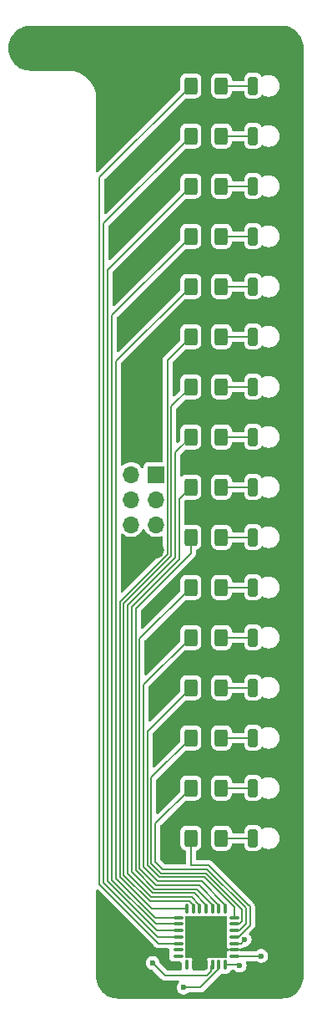
<source format=gbr>
%TF.GenerationSoftware,KiCad,Pcbnew,8.0.4-8.0.4-0~ubuntu22.04.1*%
%TF.CreationDate,2024-08-10T22:14:10+03:00*%
%TF.ProjectId,PM-DI16-DC24sink-front,504d2d44-4931-4362-9d44-43323473696e,rev?*%
%TF.SameCoordinates,Original*%
%TF.FileFunction,Copper,L2,Bot*%
%TF.FilePolarity,Positive*%
%FSLAX46Y46*%
G04 Gerber Fmt 4.6, Leading zero omitted, Abs format (unit mm)*
G04 Created by KiCad (PCBNEW 8.0.4-8.0.4-0~ubuntu22.04.1) date 2024-08-10 22:14:10*
%MOMM*%
%LPD*%
G01*
G04 APERTURE LIST*
G04 Aperture macros list*
%AMRoundRect*
0 Rectangle with rounded corners*
0 $1 Rounding radius*
0 $2 $3 $4 $5 $6 $7 $8 $9 X,Y pos of 4 corners*
0 Add a 4 corners polygon primitive as box body*
4,1,4,$2,$3,$4,$5,$6,$7,$8,$9,$2,$3,0*
0 Add four circle primitives for the rounded corners*
1,1,$1+$1,$2,$3*
1,1,$1+$1,$4,$5*
1,1,$1+$1,$6,$7*
1,1,$1+$1,$8,$9*
0 Add four rect primitives between the rounded corners*
20,1,$1+$1,$2,$3,$4,$5,0*
20,1,$1+$1,$4,$5,$6,$7,0*
20,1,$1+$1,$6,$7,$8,$9,0*
20,1,$1+$1,$8,$9,$2,$3,0*%
G04 Aperture macros list end*
%TA.AperFunction,SMDPad,CuDef*%
%ADD10RoundRect,0.250000X-0.400000X-0.625000X0.400000X-0.625000X0.400000X0.625000X-0.400000X0.625000X0*%
%TD*%
%TA.AperFunction,SMDPad,CuDef*%
%ADD11RoundRect,0.190000X0.285000X0.710000X-0.285000X0.710000X-0.285000X-0.710000X0.285000X-0.710000X0*%
%TD*%
%TA.AperFunction,ComponentPad*%
%ADD12R,1.700000X1.700000*%
%TD*%
%TA.AperFunction,ComponentPad*%
%ADD13O,1.700000X1.700000*%
%TD*%
%TA.AperFunction,HeatsinkPad*%
%ADD14R,4.250000X4.250000*%
%TD*%
%TA.AperFunction,SMDPad,CuDef*%
%ADD15RoundRect,0.075000X0.075000X0.437500X-0.075000X0.437500X-0.075000X-0.437500X0.075000X-0.437500X0*%
%TD*%
%TA.AperFunction,SMDPad,CuDef*%
%ADD16RoundRect,0.075000X0.437500X0.075000X-0.437500X0.075000X-0.437500X-0.075000X0.437500X-0.075000X0*%
%TD*%
%TA.AperFunction,ViaPad*%
%ADD17C,0.600000*%
%TD*%
%TA.AperFunction,Conductor*%
%ADD18C,0.200000*%
%TD*%
G04 APERTURE END LIST*
D10*
%TO.P,R16,1*%
%TO.N,/b.7*%
X69570000Y-133350000D03*
%TO.P,R16,2*%
%TO.N,Net-(D16-A)*%
X72670000Y-133350000D03*
%TD*%
%TO.P,R15,2*%
%TO.N,Net-(D15-A)*%
X72670000Y-128270000D03*
%TO.P,R15,1*%
%TO.N,/b.6*%
X69570000Y-128270000D03*
%TD*%
%TO.P,R14,1*%
%TO.N,/b.5*%
X69570000Y-123190000D03*
%TO.P,R14,2*%
%TO.N,Net-(D14-A)*%
X72670000Y-123190000D03*
%TD*%
%TO.P,R13,1*%
%TO.N,/b.4*%
X69570000Y-118110000D03*
%TO.P,R13,2*%
%TO.N,Net-(D13-A)*%
X72670000Y-118110000D03*
%TD*%
%TO.P,R12,1*%
%TO.N,/b.3*%
X69570000Y-113030000D03*
%TO.P,R12,2*%
%TO.N,Net-(D12-A)*%
X72670000Y-113030000D03*
%TD*%
%TO.P,R11,1*%
%TO.N,/b.2*%
X69570000Y-107950000D03*
%TO.P,R11,2*%
%TO.N,Net-(D11-A)*%
X72670000Y-107950000D03*
%TD*%
%TO.P,R10,1*%
%TO.N,/b.1*%
X69570000Y-102870000D03*
%TO.P,R10,2*%
%TO.N,Net-(D10-A)*%
X72670000Y-102870000D03*
%TD*%
%TO.P,R9,1*%
%TO.N,/b.0*%
X69570000Y-97790000D03*
%TO.P,R9,2*%
%TO.N,Net-(D9-A)*%
X72670000Y-97790000D03*
%TD*%
%TO.P,R8,1*%
%TO.N,/a.7*%
X69570000Y-92710000D03*
%TO.P,R8,2*%
%TO.N,Net-(D8-A)*%
X72670000Y-92710000D03*
%TD*%
%TO.P,R7,1*%
%TO.N,/a.6*%
X69570000Y-87630000D03*
%TO.P,R7,2*%
%TO.N,Net-(D7-A)*%
X72670000Y-87630000D03*
%TD*%
%TO.P,R6,1*%
%TO.N,/a.5*%
X69570000Y-82550000D03*
%TO.P,R6,2*%
%TO.N,Net-(D6-A)*%
X72670000Y-82550000D03*
%TD*%
%TO.P,R5,1*%
%TO.N,/a.4*%
X69570000Y-77470000D03*
%TO.P,R5,2*%
%TO.N,Net-(D5-A)*%
X72670000Y-77470000D03*
%TD*%
%TO.P,R4,1*%
%TO.N,/a.3*%
X69570000Y-72390000D03*
%TO.P,R4,2*%
%TO.N,Net-(D4-A)*%
X72670000Y-72390000D03*
%TD*%
%TO.P,R3,1*%
%TO.N,/a.2*%
X69570000Y-67310000D03*
%TO.P,R3,2*%
%TO.N,Net-(D3-A)*%
X72670000Y-67310000D03*
%TD*%
%TO.P,R2,1*%
%TO.N,/a.1*%
X69570000Y-62230000D03*
%TO.P,R2,2*%
%TO.N,Net-(D2-A)*%
X72670000Y-62230000D03*
%TD*%
%TO.P,R1,1*%
%TO.N,/a.0*%
X69570000Y-57150000D03*
%TO.P,R1,2*%
%TO.N,Net-(D1-A)*%
X72670000Y-57150000D03*
%TD*%
D11*
%TO.P,D9,2,A*%
%TO.N,Net-(D9-A)*%
X75870000Y-97790000D03*
%TO.P,D9,1,K*%
%TO.N,GND*%
X79070000Y-97790000D03*
%TD*%
D12*
%TO.P,J1,1,Pin_1*%
%TO.N,+3.3V*%
X66040000Y-96520000D03*
D13*
%TO.P,J1,2,Pin_2*%
X63500000Y-96520000D03*
%TO.P,J1,3,Pin_3*%
%TO.N,/SCK*%
X66040000Y-99060000D03*
%TO.P,J1,4,Pin_4*%
%TO.N,/MOSI*%
X63500000Y-99060000D03*
%TO.P,J1,5,Pin_5*%
%TO.N,/CS*%
X66040000Y-101600000D03*
%TO.P,J1,6,Pin_6*%
%TO.N,/MISO*%
X63500000Y-101600000D03*
%TO.P,J1,7,Pin_7*%
%TO.N,GND*%
X66040000Y-104140000D03*
%TO.P,J1,8,Pin_8*%
X63500000Y-104140000D03*
%TD*%
D11*
%TO.P,D14,2,A*%
%TO.N,Net-(D14-A)*%
X75870000Y-123190000D03*
%TO.P,D14,1,K*%
%TO.N,GND*%
X79070000Y-123190000D03*
%TD*%
%TO.P,D6,2,A*%
%TO.N,Net-(D6-A)*%
X75870000Y-82550000D03*
%TO.P,D6,1,K*%
%TO.N,GND*%
X79070000Y-82550000D03*
%TD*%
%TO.P,D2,2,A*%
%TO.N,Net-(D2-A)*%
X75870000Y-62230000D03*
%TO.P,D2,1,K*%
%TO.N,GND*%
X79070000Y-62230000D03*
%TD*%
D14*
%TO.P,U1,29,EP*%
%TO.N,GND*%
X71120000Y-143360000D03*
D15*
%TO.P,U1,28,GPB3*%
%TO.N,/b.3*%
X73070000Y-140522500D03*
%TO.P,U1,27,GPB2*%
%TO.N,/b.2*%
X72420000Y-140522500D03*
%TO.P,U1,26,GPB1*%
%TO.N,/b.1*%
X71770000Y-140522500D03*
%TO.P,U1,25,GPB0*%
%TO.N,/b.0*%
X71120000Y-140522500D03*
%TO.P,U1,24,GPA7*%
%TO.N,/a.7*%
X70470000Y-140522500D03*
%TO.P,U1,23,GPA6*%
%TO.N,/a.6*%
X69820000Y-140522500D03*
%TO.P,U1,22,GPA5*%
%TO.N,/a.5*%
X69170000Y-140522500D03*
D16*
%TO.P,U1,21,GPA4*%
%TO.N,/a.4*%
X68282500Y-141410000D03*
%TO.P,U1,20,GPA3*%
%TO.N,/a.3*%
X68282500Y-142060000D03*
%TO.P,U1,19,GPA2*%
%TO.N,/a.2*%
X68282500Y-142710000D03*
%TO.P,U1,18,GPA1*%
%TO.N,/a.1*%
X68282500Y-143360000D03*
%TO.P,U1,17,GPA0*%
%TO.N,/a.0*%
X68282500Y-144010000D03*
%TO.P,U1,16,INTA*%
%TO.N,unconnected-(U1-INTA-Pad16)*%
X68282500Y-144660000D03*
%TO.P,U1,15,INTB*%
%TO.N,unconnected-(U1-INTB-Pad15)*%
X68282500Y-145310000D03*
D15*
%TO.P,U1,14,~{RESET}*%
%TO.N,unconnected-(U1-~{RESET}-Pad14)*%
X69170000Y-146197500D03*
%TO.P,U1,13,A2*%
%TO.N,GND*%
X69820000Y-146197500D03*
%TO.P,U1,12,A1*%
X70470000Y-146197500D03*
%TO.P,U1,11,A0*%
X71120000Y-146197500D03*
%TO.P,U1,10,SO*%
%TO.N,/MISO*%
X71770000Y-146197500D03*
%TO.P,U1,9,SI*%
%TO.N,/MOSI*%
X72420000Y-146197500D03*
%TO.P,U1,8,SCK*%
%TO.N,/SCK*%
X73070000Y-146197500D03*
D16*
%TO.P,U1,7,~{CS}*%
%TO.N,/CS*%
X73957500Y-145310000D03*
%TO.P,U1,6,VSS*%
%TO.N,GND*%
X73957500Y-144660000D03*
%TO.P,U1,5,VDD*%
%TO.N,+3.3V*%
X73957500Y-144010000D03*
%TO.P,U1,4,GPB7*%
%TO.N,/b.7*%
X73957500Y-143360000D03*
%TO.P,U1,3,GPB6*%
%TO.N,/b.6*%
X73957500Y-142710000D03*
%TO.P,U1,2,GPB5*%
%TO.N,/b.5*%
X73957500Y-142060000D03*
%TO.P,U1,1,GPB4*%
%TO.N,/b.4*%
X73957500Y-141410000D03*
%TD*%
D11*
%TO.P,D12,2,A*%
%TO.N,Net-(D12-A)*%
X75870000Y-113030000D03*
%TO.P,D12,1,K*%
%TO.N,GND*%
X79070000Y-113030000D03*
%TD*%
%TO.P,D5,2,A*%
%TO.N,Net-(D5-A)*%
X75870000Y-77470000D03*
%TO.P,D5,1,K*%
%TO.N,GND*%
X79070000Y-77470000D03*
%TD*%
%TO.P,D7,2,A*%
%TO.N,Net-(D7-A)*%
X75870000Y-87630000D03*
%TO.P,D7,1,K*%
%TO.N,GND*%
X79070000Y-87630000D03*
%TD*%
%TO.P,D4,2,A*%
%TO.N,Net-(D4-A)*%
X75870000Y-72390000D03*
%TO.P,D4,1,K*%
%TO.N,GND*%
X79070000Y-72390000D03*
%TD*%
%TO.P,D3,2,A*%
%TO.N,Net-(D3-A)*%
X75870000Y-67310000D03*
%TO.P,D3,1,K*%
%TO.N,GND*%
X79070000Y-67310000D03*
%TD*%
%TO.P,D10,2,A*%
%TO.N,Net-(D10-A)*%
X75870000Y-102870000D03*
%TO.P,D10,1,K*%
%TO.N,GND*%
X79070000Y-102870000D03*
%TD*%
%TO.P,D13,2,A*%
%TO.N,Net-(D13-A)*%
X75870000Y-118110000D03*
%TO.P,D13,1,K*%
%TO.N,GND*%
X79070000Y-118110000D03*
%TD*%
%TO.P,D1,2,A*%
%TO.N,Net-(D1-A)*%
X75870000Y-57150000D03*
%TO.P,D1,1,K*%
%TO.N,GND*%
X79070000Y-57150000D03*
%TD*%
%TO.P,D11,2,A*%
%TO.N,Net-(D11-A)*%
X75870000Y-107950000D03*
%TO.P,D11,1,K*%
%TO.N,GND*%
X79070000Y-107950000D03*
%TD*%
%TO.P,D16,2,A*%
%TO.N,Net-(D16-A)*%
X75870000Y-133350000D03*
%TO.P,D16,1,K*%
%TO.N,GND*%
X79070000Y-133350000D03*
%TD*%
%TO.P,D8,2,A*%
%TO.N,Net-(D8-A)*%
X75870000Y-92710000D03*
%TO.P,D8,1,K*%
%TO.N,GND*%
X79070000Y-92710000D03*
%TD*%
%TO.P,D15,2,A*%
%TO.N,Net-(D15-A)*%
X75870000Y-128270000D03*
%TO.P,D15,1,K*%
%TO.N,GND*%
X79070000Y-128270000D03*
%TD*%
D17*
%TO.N,GND*%
X63500000Y-88900000D03*
X66040000Y-91440000D03*
X63500000Y-91440000D03*
X66040000Y-88900000D03*
%TO.N,+3.3V*%
X75028700Y-143652900D03*
%TO.N,/MOSI*%
X68829200Y-148492300D03*
%TO.N,/MISO*%
X65691400Y-145990700D03*
%TO.N,/SCK*%
X74523500Y-146250400D03*
%TO.N,/CS*%
X76708000Y-145288000D03*
%TD*%
D18*
%TO.N,GND*%
X75050000Y-144660000D02*
X76708000Y-143002000D01*
X73957500Y-144660000D02*
X75050000Y-144660000D01*
%TO.N,+3.3V*%
X74671600Y-144010000D02*
X75028700Y-143652900D01*
X73957500Y-144010000D02*
X74671600Y-144010000D01*
%TO.N,/b.0*%
X68390000Y-98970000D02*
X69570000Y-97790000D01*
X71120000Y-140127590D02*
X69902410Y-138910000D01*
X65726116Y-138910000D02*
X63561843Y-136745727D01*
X69902410Y-138910000D02*
X65726116Y-138910000D01*
X63561843Y-136745727D02*
X63561843Y-109941561D01*
X71120000Y-140522000D02*
X71120000Y-140522500D01*
X63561843Y-109941561D02*
X68390000Y-105113404D01*
X68390000Y-105113404D02*
X68390000Y-98970000D01*
X71120000Y-140522500D02*
X71120000Y-140127590D01*
%TO.N,Net-(D1-A)*%
X72670000Y-57150000D02*
X75870000Y-57150000D01*
%TO.N,Net-(D2-A)*%
X72670000Y-62230000D02*
X75870000Y-62230000D01*
%TO.N,Net-(D3-A)*%
X72670000Y-67310000D02*
X75870000Y-67310000D01*
%TO.N,Net-(D4-A)*%
X72670000Y-72390000D02*
X75870000Y-72390000D01*
%TO.N,Net-(D5-A)*%
X72670000Y-77470000D02*
X75870000Y-77470000D01*
%TO.N,Net-(D6-A)*%
X72670000Y-82550000D02*
X75870000Y-82550000D01*
%TO.N,Net-(D7-A)*%
X72670000Y-87630000D02*
X75870000Y-87630000D01*
%TO.N,Net-(D8-A)*%
X72670000Y-92710000D02*
X75870000Y-92710000D01*
%TO.N,Net-(D9-A)*%
X72670000Y-97790000D02*
X75870000Y-97790000D01*
%TO.N,Net-(D10-A)*%
X72670000Y-102870000D02*
X75870000Y-102870000D01*
%TO.N,Net-(D11-A)*%
X72670000Y-107950000D02*
X75870000Y-107950000D01*
%TO.N,Net-(D12-A)*%
X72670000Y-113030000D02*
X75870000Y-113030000D01*
%TO.N,Net-(D13-A)*%
X72670000Y-118110000D02*
X75870000Y-118110000D01*
%TO.N,Net-(D14-A)*%
X72670000Y-123190000D02*
X75870000Y-123190000D01*
%TO.N,Net-(D15-A)*%
X72670000Y-128270000D02*
X75870000Y-128270000D01*
%TO.N,Net-(D16-A)*%
X72670000Y-133350000D02*
X75870000Y-133350000D01*
%TO.N,/b.1*%
X71770000Y-140522000D02*
X71770000Y-140522500D01*
X70152410Y-138510000D02*
X65891802Y-138510000D01*
X71770000Y-140522500D02*
X71770000Y-140127590D01*
X69570000Y-104499090D02*
X69570000Y-102870000D01*
X65891802Y-138510000D02*
X63961843Y-136580041D01*
X71770000Y-140127590D02*
X70152410Y-138510000D01*
X63961843Y-136580041D02*
X63961843Y-110107247D01*
X63961843Y-110107247D02*
X69570000Y-104499090D01*
%TO.N,/b.2*%
X72420000Y-140522500D02*
X72420000Y-140127590D01*
X66057488Y-138110000D02*
X64361843Y-136414355D01*
X64361843Y-113158157D02*
X69570000Y-107950000D01*
X70402410Y-138110000D02*
X66057488Y-138110000D01*
X64361843Y-136414355D02*
X64361843Y-113158157D01*
X72420000Y-140127590D02*
X70402410Y-138110000D01*
X72420000Y-140522000D02*
X72420000Y-140522500D01*
%TO.N,/b.3*%
X66223174Y-137710000D02*
X64761843Y-136248669D01*
X73070000Y-140522000D02*
X73070000Y-140522500D01*
X64761843Y-117838157D02*
X69570000Y-113030000D01*
X73070000Y-140127590D02*
X70652410Y-137710000D01*
X70652410Y-137710000D02*
X66223174Y-137710000D01*
X64761843Y-136248669D02*
X64761843Y-117838157D01*
X73070000Y-140522500D02*
X73070000Y-140127590D01*
%TO.N,/b.4*%
X70902410Y-137310000D02*
X66388860Y-137310000D01*
X73957500Y-140365090D02*
X70902410Y-137310000D01*
X73957500Y-141410000D02*
X73957500Y-140365090D01*
X65161843Y-122518157D02*
X69570000Y-118110000D01*
X66388860Y-137310000D02*
X65161843Y-136082983D01*
X65161843Y-136082983D02*
X65161843Y-122518157D01*
%TO.N,/b.5*%
X66554546Y-136910000D02*
X65561843Y-135917297D01*
X71068096Y-136910000D02*
X66554546Y-136910000D01*
X65561843Y-135917297D02*
X65561843Y-127198157D01*
X73957500Y-142060000D02*
X74469999Y-142060000D01*
X74469999Y-142060000D02*
X74770000Y-141759999D01*
X74770000Y-141759999D02*
X74770000Y-140611904D01*
X74770000Y-140611904D02*
X71068096Y-136910000D01*
X65561843Y-127198157D02*
X69570000Y-123190000D01*
%TO.N,/b.6*%
X74469999Y-142710000D02*
X75170000Y-142009999D01*
X66720232Y-136510000D02*
X65961843Y-135751611D01*
X65961843Y-135751611D02*
X65961843Y-131878157D01*
X75170000Y-142009999D02*
X75170000Y-140446218D01*
X71233782Y-136510000D02*
X66720232Y-136510000D01*
X73957500Y-142710000D02*
X74469999Y-142710000D01*
X75170000Y-140446218D02*
X71233782Y-136510000D01*
X65961843Y-131878157D02*
X69570000Y-128270000D01*
%TO.N,/b.7*%
X74385685Y-143360000D02*
X75570000Y-142175685D01*
X71399468Y-136110000D02*
X69570000Y-136110000D01*
X69570000Y-136110000D02*
X69570000Y-133350000D01*
X75570000Y-142175685D02*
X75570000Y-140280532D01*
X75570000Y-140280532D02*
X75335685Y-140046218D01*
X75335685Y-140046218D02*
X71399468Y-136110000D01*
X73957500Y-143360000D02*
X74385685Y-143360000D01*
%TO.N,/a.0*%
X60290000Y-138014000D02*
X60290000Y-66430000D01*
X66286000Y-144010000D02*
X60290000Y-138014000D01*
X68282500Y-144010000D02*
X66286000Y-144010000D01*
X60290000Y-66430000D02*
X69570000Y-57150000D01*
%TO.N,/a.1*%
X68282500Y-143360000D02*
X66201686Y-143360000D01*
X66201686Y-143360000D02*
X60690000Y-137848314D01*
X60690000Y-137848314D02*
X60690000Y-71110000D01*
X60690000Y-71110000D02*
X69570000Y-62230000D01*
%TO.N,/a.2*%
X66132000Y-142710000D02*
X61090000Y-137668000D01*
X61090000Y-137668000D02*
X61090000Y-75790000D01*
X61090000Y-75790000D02*
X69570000Y-67310000D01*
X68282500Y-142710000D02*
X66132000Y-142710000D01*
%TO.N,/a.3*%
X61561843Y-80398157D02*
X69570000Y-72390000D01*
X61561843Y-137574157D02*
X61561843Y-80398157D01*
X66047686Y-142060000D02*
X61561843Y-137574157D01*
X68282500Y-142060000D02*
X66047686Y-142060000D01*
%TO.N,/a.4*%
X61961843Y-85078157D02*
X69570000Y-77470000D01*
X61961843Y-137408471D02*
X61961843Y-85078157D01*
X65963372Y-141410000D02*
X61961843Y-137408471D01*
X68282500Y-141410000D02*
X65963372Y-141410000D01*
%TO.N,/a.5*%
X67190000Y-84930000D02*
X69570000Y-82550000D01*
X67190000Y-104616346D02*
X67190000Y-84930000D01*
X62361843Y-137242785D02*
X62361843Y-109444503D01*
X65641558Y-140522500D02*
X62361843Y-137242785D01*
X69169500Y-140522000D02*
X69170000Y-140522500D01*
X69170000Y-140522500D02*
X65641558Y-140522500D01*
X62361843Y-109444503D02*
X67190000Y-104616346D01*
%TO.N,/a.6*%
X69402410Y-139710000D02*
X65394744Y-139710000D01*
X69820000Y-140522000D02*
X69820000Y-140522500D01*
X67590000Y-89610000D02*
X69570000Y-87630000D01*
X62761843Y-109610189D02*
X67590000Y-104782032D01*
X65394744Y-139710000D02*
X62761843Y-137077099D01*
X69820000Y-140522500D02*
X69820000Y-140127590D01*
X62761843Y-137077099D02*
X62761843Y-109610189D01*
X69820000Y-140127590D02*
X69402410Y-139710000D01*
X67590000Y-104782032D02*
X67590000Y-89610000D01*
%TO.N,/a.7*%
X70470000Y-140522500D02*
X70470000Y-140127590D01*
X65560430Y-139310000D02*
X63161843Y-136911413D01*
X70470000Y-140127590D02*
X69652410Y-139310000D01*
X70470000Y-140522000D02*
X70470000Y-140522500D01*
X63161843Y-109775875D02*
X67990000Y-104947718D01*
X69652410Y-139310000D02*
X65560430Y-139310000D01*
X63161843Y-136911413D02*
X63161843Y-109775875D01*
X67990000Y-104947718D02*
X67990000Y-94290000D01*
X67990000Y-94290000D02*
X69570000Y-92710000D01*
%TO.N,/MOSI*%
X68829200Y-148492300D02*
X70535500Y-148492300D01*
X72420000Y-146607800D02*
X72420000Y-146197500D01*
X70535500Y-148492300D02*
X72420000Y-146607800D01*
%TO.N,/MISO*%
X71770000Y-146197500D02*
X71600100Y-146367400D01*
X71600100Y-146367400D02*
X71600100Y-146859700D01*
X71600100Y-146859700D02*
X71188000Y-147271800D01*
X66972500Y-147271800D02*
X65691400Y-145990700D01*
X71188000Y-147271800D02*
X66972500Y-147271800D01*
%TO.N,/SCK*%
X73070000Y-146197500D02*
X74470600Y-146197500D01*
X74470600Y-146197500D02*
X74523500Y-146250400D01*
%TO.N,/CS*%
X75924000Y-145310000D02*
X73957500Y-145310000D01*
X76708000Y-145288000D02*
X75946000Y-145288000D01*
X75946000Y-145288000D02*
X75924000Y-145310000D01*
%TD*%
%TA.AperFunction,Conductor*%
%TO.N,GND*%
G36*
X78743736Y-51050726D02*
G01*
X79008483Y-51066740D01*
X79023347Y-51068545D01*
X79280541Y-51115678D01*
X79295063Y-51119257D01*
X79544720Y-51197052D01*
X79558697Y-51202353D01*
X79797151Y-51309673D01*
X79810397Y-51316625D01*
X80034171Y-51451901D01*
X80046489Y-51460404D01*
X80252318Y-51621662D01*
X80263525Y-51631591D01*
X80448408Y-51816474D01*
X80458337Y-51827681D01*
X80619595Y-52033510D01*
X80628102Y-52045834D01*
X80763371Y-52269596D01*
X80770330Y-52282855D01*
X80877644Y-52521298D01*
X80882950Y-52535288D01*
X80960738Y-52784920D01*
X80964321Y-52799458D01*
X81011454Y-53056652D01*
X81013259Y-53071517D01*
X81029274Y-53336263D01*
X81029500Y-53343750D01*
X81029500Y-147316249D01*
X81029274Y-147323736D01*
X81013259Y-147588482D01*
X81011454Y-147603347D01*
X80964321Y-147860541D01*
X80960738Y-147875079D01*
X80882954Y-148124700D01*
X80877644Y-148138701D01*
X80770330Y-148377144D01*
X80763371Y-148390403D01*
X80628102Y-148614165D01*
X80619595Y-148626489D01*
X80458337Y-148832318D01*
X80448408Y-148843525D01*
X80263525Y-149028408D01*
X80252318Y-149038337D01*
X80046489Y-149199595D01*
X80034165Y-149208102D01*
X79810403Y-149343371D01*
X79797144Y-149350330D01*
X79558701Y-149457644D01*
X79544705Y-149462951D01*
X79297174Y-149540085D01*
X79295079Y-149540738D01*
X79280541Y-149544321D01*
X79023347Y-149591454D01*
X79008482Y-149593259D01*
X78743736Y-149609274D01*
X78736249Y-149609500D01*
X62233751Y-149609500D01*
X62226264Y-149609274D01*
X61961517Y-149593259D01*
X61946652Y-149591454D01*
X61689458Y-149544321D01*
X61674924Y-149540739D01*
X61425288Y-149462950D01*
X61411298Y-149457644D01*
X61172855Y-149350330D01*
X61159596Y-149343371D01*
X60935834Y-149208102D01*
X60923510Y-149199595D01*
X60717681Y-149038337D01*
X60706474Y-149028408D01*
X60521591Y-148843525D01*
X60511662Y-148832318D01*
X60350404Y-148626489D01*
X60341901Y-148614171D01*
X60206625Y-148390397D01*
X60199673Y-148377151D01*
X60092353Y-148138697D01*
X60087052Y-148124720D01*
X60009257Y-147875063D01*
X60005678Y-147860541D01*
X59989507Y-147772299D01*
X59958544Y-147603345D01*
X59956740Y-147588482D01*
X59940726Y-147323736D01*
X59940500Y-147316249D01*
X59940500Y-138671676D01*
X59960185Y-138604637D01*
X60012989Y-138558882D01*
X60082147Y-138548938D01*
X60145703Y-138577963D01*
X60152181Y-138583995D01*
X65885500Y-144317314D01*
X65978686Y-144410500D01*
X66092814Y-144476392D01*
X66220108Y-144510500D01*
X67245500Y-144510500D01*
X67312539Y-144530185D01*
X67358294Y-144582989D01*
X67369500Y-144634499D01*
X67369500Y-144780480D01*
X67369501Y-144780490D01*
X67375587Y-144837114D01*
X67414584Y-144941667D01*
X67419568Y-145011358D01*
X67414584Y-145028333D01*
X67375587Y-145132887D01*
X67369500Y-145189499D01*
X67369500Y-145430480D01*
X67369501Y-145430490D01*
X67375587Y-145487114D01*
X67423372Y-145615226D01*
X67505313Y-145724687D01*
X67614774Y-145806628D01*
X67742886Y-145854412D01*
X67799515Y-145860500D01*
X68495500Y-145860499D01*
X68562539Y-145880183D01*
X68608294Y-145932987D01*
X68619500Y-145984499D01*
X68619501Y-146647300D01*
X68599817Y-146714339D01*
X68547013Y-146760094D01*
X68495501Y-146771300D01*
X67231176Y-146771300D01*
X67164137Y-146751615D01*
X67143495Y-146734981D01*
X66427002Y-146018488D01*
X66393517Y-145957165D01*
X66391587Y-145945753D01*
X66387101Y-145908807D01*
X66376540Y-145821828D01*
X66370775Y-145806628D01*
X66335840Y-145714509D01*
X66316218Y-145662770D01*
X66219583Y-145522771D01*
X66115408Y-145430480D01*
X66092249Y-145409963D01*
X65941626Y-145330910D01*
X65776456Y-145290200D01*
X65606344Y-145290200D01*
X65441173Y-145330910D01*
X65290550Y-145409963D01*
X65163216Y-145522772D01*
X65066582Y-145662768D01*
X65006260Y-145821825D01*
X65006259Y-145821830D01*
X64985755Y-145990700D01*
X65006259Y-146159569D01*
X65006260Y-146159574D01*
X65066582Y-146318631D01*
X65128875Y-146408877D01*
X65163217Y-146458629D01*
X65268905Y-146552260D01*
X65290550Y-146571436D01*
X65435097Y-146647300D01*
X65441175Y-146650490D01*
X65606344Y-146691200D01*
X65632724Y-146691200D01*
X65699763Y-146710885D01*
X65720405Y-146727519D01*
X66572000Y-147579114D01*
X66665186Y-147672300D01*
X66779314Y-147738192D01*
X66906608Y-147772300D01*
X68258585Y-147772300D01*
X68325624Y-147791985D01*
X68371379Y-147844789D01*
X68381323Y-147913947D01*
X68352298Y-147977503D01*
X68340812Y-147989115D01*
X68301018Y-148024369D01*
X68204382Y-148164368D01*
X68144060Y-148323425D01*
X68144059Y-148323430D01*
X68123555Y-148492300D01*
X68144059Y-148661169D01*
X68144060Y-148661174D01*
X68204382Y-148820231D01*
X68220461Y-148843525D01*
X68301017Y-148960229D01*
X68383966Y-149033715D01*
X68428350Y-149073036D01*
X68578973Y-149152089D01*
X68578975Y-149152090D01*
X68744144Y-149192800D01*
X68914256Y-149192800D01*
X69079425Y-149152090D01*
X69230052Y-149073034D01*
X69285418Y-149023983D01*
X69348651Y-148994263D01*
X69367645Y-148992800D01*
X70601390Y-148992800D01*
X70601392Y-148992800D01*
X70728686Y-148958692D01*
X70842814Y-148892800D01*
X72632406Y-147103206D01*
X72676745Y-147074710D01*
X72701667Y-147065414D01*
X72771355Y-147060429D01*
X72788330Y-147065414D01*
X72892886Y-147104412D01*
X72949515Y-147110500D01*
X73190484Y-147110499D01*
X73247114Y-147104412D01*
X73375226Y-147056628D01*
X73484687Y-146974687D01*
X73566628Y-146865226D01*
X73598914Y-146778666D01*
X73640785Y-146722732D01*
X73706250Y-146698316D01*
X73715095Y-146698000D01*
X73925343Y-146698000D01*
X73992382Y-146717685D01*
X74007570Y-146729184D01*
X74122650Y-146831136D01*
X74273273Y-146910189D01*
X74273275Y-146910190D01*
X74438444Y-146950900D01*
X74608556Y-146950900D01*
X74773725Y-146910190D01*
X74859398Y-146865225D01*
X74924349Y-146831136D01*
X74924350Y-146831134D01*
X74924352Y-146831134D01*
X75051683Y-146718329D01*
X75148318Y-146578330D01*
X75208640Y-146419272D01*
X75229145Y-146250400D01*
X75208640Y-146081528D01*
X75169555Y-145978470D01*
X75164189Y-145908807D01*
X75197337Y-145847301D01*
X75258475Y-145813480D01*
X75285498Y-145810500D01*
X75989890Y-145810500D01*
X75989892Y-145810500D01*
X76056230Y-145792725D01*
X76088323Y-145788500D01*
X76169555Y-145788500D01*
X76236594Y-145808185D01*
X76251779Y-145819682D01*
X76307148Y-145868734D01*
X76307150Y-145868735D01*
X76429570Y-145932987D01*
X76457775Y-145947790D01*
X76622944Y-145988500D01*
X76793056Y-145988500D01*
X76958225Y-145947790D01*
X77037692Y-145906081D01*
X77108849Y-145868736D01*
X77108850Y-145868734D01*
X77108852Y-145868734D01*
X77236183Y-145755929D01*
X77332818Y-145615930D01*
X77393140Y-145456872D01*
X77413645Y-145288000D01*
X77393140Y-145119128D01*
X77332818Y-144960070D01*
X77236183Y-144820071D01*
X77141316Y-144736026D01*
X77108849Y-144707263D01*
X76958226Y-144628210D01*
X76793056Y-144587500D01*
X76622944Y-144587500D01*
X76457773Y-144628210D01*
X76307150Y-144707264D01*
X76307148Y-144707266D01*
X76276622Y-144734310D01*
X76251782Y-144756316D01*
X76188549Y-144786037D01*
X76169555Y-144787500D01*
X75880108Y-144787500D01*
X75813770Y-144805275D01*
X75781677Y-144809500D01*
X74637218Y-144809500D01*
X74593884Y-144801682D01*
X74525514Y-144776181D01*
X74469583Y-144734310D01*
X74445166Y-144668846D01*
X74460018Y-144600573D01*
X74509423Y-144551168D01*
X74525510Y-144543820D01*
X74593884Y-144518317D01*
X74637218Y-144510500D01*
X74737490Y-144510500D01*
X74737492Y-144510500D01*
X74864786Y-144476392D01*
X74978914Y-144410500D01*
X74999695Y-144389719D01*
X75061018Y-144356234D01*
X75087376Y-144353400D01*
X75113756Y-144353400D01*
X75278925Y-144312690D01*
X75358392Y-144270981D01*
X75429549Y-144233636D01*
X75429550Y-144233634D01*
X75429552Y-144233634D01*
X75556883Y-144120829D01*
X75653518Y-143980830D01*
X75713840Y-143821772D01*
X75734345Y-143652900D01*
X75713840Y-143484028D01*
X75712494Y-143480480D01*
X75653517Y-143324968D01*
X75594521Y-143239499D01*
X75556883Y-143184971D01*
X75554530Y-143182886D01*
X75502583Y-143136865D01*
X75465456Y-143077676D01*
X75466224Y-143007811D01*
X75497129Y-142956369D01*
X75970496Y-142483003D01*
X75970496Y-142483002D01*
X75970499Y-142483000D01*
X75983490Y-142460500D01*
X76036392Y-142368871D01*
X76065430Y-142260499D01*
X76070500Y-142241578D01*
X76070500Y-142109793D01*
X76070500Y-140214640D01*
X76051978Y-140145512D01*
X76036392Y-140087345D01*
X75995959Y-140017314D01*
X75970500Y-139973218D01*
X75877314Y-139880032D01*
X75870249Y-139872967D01*
X75870242Y-139872961D01*
X75736185Y-139738904D01*
X71706784Y-135709502D01*
X71706783Y-135709501D01*
X71706782Y-135709500D01*
X71649718Y-135676554D01*
X71592655Y-135643608D01*
X71529007Y-135626554D01*
X71465361Y-135609500D01*
X71465360Y-135609500D01*
X70194500Y-135609500D01*
X70127461Y-135589815D01*
X70081706Y-135537011D01*
X70070500Y-135485500D01*
X70070500Y-134716300D01*
X70090185Y-134649261D01*
X70142989Y-134603506D01*
X70159893Y-134597227D01*
X70230398Y-134576744D01*
X70371865Y-134493081D01*
X70488081Y-134376865D01*
X70571744Y-134235398D01*
X70617598Y-134077569D01*
X70620500Y-134040694D01*
X70620500Y-132659306D01*
X70620499Y-132659298D01*
X71619500Y-132659298D01*
X71619500Y-134040701D01*
X71622401Y-134077567D01*
X71622402Y-134077573D01*
X71668254Y-134235393D01*
X71668255Y-134235396D01*
X71751917Y-134376862D01*
X71751923Y-134376870D01*
X71868129Y-134493076D01*
X71868133Y-134493079D01*
X71868135Y-134493081D01*
X72009602Y-134576744D01*
X72051224Y-134588836D01*
X72167426Y-134622597D01*
X72167429Y-134622597D01*
X72167431Y-134622598D01*
X72204306Y-134625500D01*
X72204314Y-134625500D01*
X73135686Y-134625500D01*
X73135694Y-134625500D01*
X73172569Y-134622598D01*
X73172571Y-134622597D01*
X73172573Y-134622597D01*
X73259909Y-134597223D01*
X73330398Y-134576744D01*
X73471865Y-134493081D01*
X73588081Y-134376865D01*
X73671744Y-134235398D01*
X73717598Y-134077569D01*
X73720500Y-134040694D01*
X73720500Y-133974500D01*
X73740185Y-133907461D01*
X73792989Y-133861706D01*
X73844500Y-133850500D01*
X74870501Y-133850500D01*
X74937540Y-133870185D01*
X74983295Y-133922989D01*
X74994501Y-133974500D01*
X74994501Y-134098703D01*
X75009696Y-134214142D01*
X75009699Y-134214151D01*
X75032231Y-134268549D01*
X75069200Y-134357798D01*
X75163851Y-134481149D01*
X75287202Y-134575800D01*
X75430849Y-134635301D01*
X75546299Y-134650500D01*
X76193700Y-134650499D01*
X76193703Y-134650499D01*
X76309142Y-134635303D01*
X76309146Y-134635301D01*
X76309151Y-134635301D01*
X76452798Y-134575800D01*
X76576149Y-134481149D01*
X76670800Y-134357798D01*
X76683250Y-134327740D01*
X76727088Y-134273338D01*
X76793382Y-134251271D01*
X76861082Y-134268549D01*
X76870696Y-134274874D01*
X76893207Y-134291229D01*
X76893209Y-134291230D01*
X76893212Y-134291232D01*
X77047555Y-134369873D01*
X77212299Y-134423402D01*
X77383389Y-134450500D01*
X77383390Y-134450500D01*
X77556610Y-134450500D01*
X77556611Y-134450500D01*
X77727701Y-134423402D01*
X77892445Y-134369873D01*
X78046788Y-134291232D01*
X78186928Y-134189414D01*
X78309414Y-134066928D01*
X78411232Y-133926788D01*
X78489873Y-133772445D01*
X78543402Y-133607701D01*
X78570500Y-133436611D01*
X78570500Y-133263389D01*
X78543402Y-133092299D01*
X78489873Y-132927555D01*
X78411232Y-132773212D01*
X78309414Y-132633072D01*
X78186928Y-132510586D01*
X78046788Y-132408768D01*
X77892445Y-132330127D01*
X77727701Y-132276598D01*
X77727699Y-132276597D01*
X77727698Y-132276597D01*
X77596271Y-132255781D01*
X77556611Y-132249500D01*
X77383389Y-132249500D01*
X77343728Y-132255781D01*
X77212302Y-132276597D01*
X77212299Y-132276598D01*
X77069093Y-132323129D01*
X77047552Y-132330128D01*
X76893209Y-132408769D01*
X76870694Y-132425127D01*
X76804887Y-132448605D01*
X76736833Y-132432778D01*
X76688140Y-132382671D01*
X76683254Y-132372270D01*
X76670800Y-132342202D01*
X76576149Y-132218851D01*
X76452798Y-132124200D01*
X76452794Y-132124198D01*
X76309151Y-132064699D01*
X76309149Y-132064698D01*
X76193701Y-132049500D01*
X75546296Y-132049500D01*
X75430857Y-132064696D01*
X75430848Y-132064699D01*
X75287205Y-132124198D01*
X75287202Y-132124199D01*
X75287202Y-132124200D01*
X75163851Y-132218851D01*
X75083836Y-132323129D01*
X75069198Y-132342205D01*
X75009699Y-132485848D01*
X75009698Y-132485850D01*
X74994500Y-132601298D01*
X74994500Y-132725500D01*
X74974815Y-132792539D01*
X74922011Y-132838294D01*
X74870500Y-132849500D01*
X73844500Y-132849500D01*
X73777461Y-132829815D01*
X73731706Y-132777011D01*
X73720500Y-132725500D01*
X73720500Y-132659313D01*
X73720499Y-132659298D01*
X73717598Y-132622432D01*
X73717597Y-132622426D01*
X73671745Y-132464606D01*
X73671744Y-132464603D01*
X73671744Y-132464602D01*
X73588081Y-132323135D01*
X73588079Y-132323133D01*
X73588076Y-132323129D01*
X73471870Y-132206923D01*
X73471862Y-132206917D01*
X73330396Y-132123255D01*
X73330393Y-132123254D01*
X73172573Y-132077402D01*
X73172567Y-132077401D01*
X73135701Y-132074500D01*
X73135694Y-132074500D01*
X72204306Y-132074500D01*
X72204298Y-132074500D01*
X72167432Y-132077401D01*
X72167426Y-132077402D01*
X72009606Y-132123254D01*
X72009603Y-132123255D01*
X71868137Y-132206917D01*
X71868129Y-132206923D01*
X71751923Y-132323129D01*
X71751917Y-132323137D01*
X71668255Y-132464603D01*
X71668254Y-132464606D01*
X71622402Y-132622426D01*
X71622401Y-132622432D01*
X71619500Y-132659298D01*
X70620499Y-132659298D01*
X70617598Y-132622431D01*
X70611458Y-132601298D01*
X70571745Y-132464606D01*
X70571744Y-132464603D01*
X70571744Y-132464602D01*
X70488081Y-132323135D01*
X70488079Y-132323133D01*
X70488076Y-132323129D01*
X70371870Y-132206923D01*
X70371862Y-132206917D01*
X70230396Y-132123255D01*
X70230393Y-132123254D01*
X70072573Y-132077402D01*
X70072567Y-132077401D01*
X70035701Y-132074500D01*
X70035694Y-132074500D01*
X69104306Y-132074500D01*
X69104298Y-132074500D01*
X69067432Y-132077401D01*
X69067426Y-132077402D01*
X68909606Y-132123254D01*
X68909603Y-132123255D01*
X68768137Y-132206917D01*
X68768129Y-132206923D01*
X68651923Y-132323129D01*
X68651917Y-132323137D01*
X68568255Y-132464603D01*
X68568254Y-132464606D01*
X68522402Y-132622426D01*
X68522401Y-132622432D01*
X68519500Y-132659298D01*
X68519500Y-134040701D01*
X68522401Y-134077567D01*
X68522402Y-134077573D01*
X68568254Y-134235393D01*
X68568255Y-134235396D01*
X68651917Y-134376862D01*
X68651923Y-134376870D01*
X68768129Y-134493076D01*
X68768133Y-134493079D01*
X68768135Y-134493081D01*
X68909602Y-134576744D01*
X68980096Y-134597224D01*
X69038980Y-134634829D01*
X69068187Y-134698301D01*
X69069500Y-134716300D01*
X69069500Y-135885500D01*
X69049815Y-135952539D01*
X68997011Y-135998294D01*
X68945500Y-136009500D01*
X66978908Y-136009500D01*
X66911869Y-135989815D01*
X66891227Y-135973181D01*
X66498662Y-135580616D01*
X66465177Y-135519293D01*
X66462343Y-135492935D01*
X66462343Y-132136832D01*
X66482028Y-132069793D01*
X66498657Y-132049156D01*
X68969334Y-129578478D01*
X69030655Y-129544995D01*
X69066744Y-129542543D01*
X69067426Y-129542596D01*
X69067431Y-129542598D01*
X69104306Y-129545500D01*
X69104314Y-129545500D01*
X70035686Y-129545500D01*
X70035694Y-129545500D01*
X70072569Y-129542598D01*
X70072571Y-129542597D01*
X70072573Y-129542597D01*
X70120781Y-129528591D01*
X70230398Y-129496744D01*
X70371865Y-129413081D01*
X70488081Y-129296865D01*
X70571744Y-129155398D01*
X70617598Y-128997569D01*
X70620500Y-128960694D01*
X70620500Y-127579306D01*
X70620499Y-127579298D01*
X71619500Y-127579298D01*
X71619500Y-128960701D01*
X71622401Y-128997567D01*
X71622402Y-128997573D01*
X71668254Y-129155393D01*
X71668255Y-129155396D01*
X71751917Y-129296862D01*
X71751923Y-129296870D01*
X71868129Y-129413076D01*
X71868133Y-129413079D01*
X71868135Y-129413081D01*
X72009602Y-129496744D01*
X72051224Y-129508836D01*
X72167426Y-129542597D01*
X72167429Y-129542597D01*
X72167431Y-129542598D01*
X72204306Y-129545500D01*
X72204314Y-129545500D01*
X73135686Y-129545500D01*
X73135694Y-129545500D01*
X73172569Y-129542598D01*
X73172571Y-129542597D01*
X73172573Y-129542597D01*
X73220781Y-129528591D01*
X73330398Y-129496744D01*
X73471865Y-129413081D01*
X73588081Y-129296865D01*
X73671744Y-129155398D01*
X73717598Y-128997569D01*
X73720500Y-128960694D01*
X73720500Y-128894500D01*
X73740185Y-128827461D01*
X73792989Y-128781706D01*
X73844500Y-128770500D01*
X74870501Y-128770500D01*
X74937540Y-128790185D01*
X74983295Y-128842989D01*
X74994501Y-128894500D01*
X74994501Y-129018703D01*
X75009696Y-129134142D01*
X75009699Y-129134151D01*
X75032231Y-129188549D01*
X75069200Y-129277798D01*
X75163851Y-129401149D01*
X75287202Y-129495800D01*
X75430849Y-129555301D01*
X75546299Y-129570500D01*
X76193700Y-129570499D01*
X76193703Y-129570499D01*
X76309142Y-129555303D01*
X76309146Y-129555301D01*
X76309151Y-129555301D01*
X76452798Y-129495800D01*
X76576149Y-129401149D01*
X76670800Y-129277798D01*
X76683250Y-129247740D01*
X76727088Y-129193338D01*
X76793382Y-129171271D01*
X76861082Y-129188549D01*
X76870696Y-129194874D01*
X76893207Y-129211229D01*
X76893209Y-129211230D01*
X76893212Y-129211232D01*
X77047555Y-129289873D01*
X77212299Y-129343402D01*
X77383389Y-129370500D01*
X77383390Y-129370500D01*
X77556610Y-129370500D01*
X77556611Y-129370500D01*
X77727701Y-129343402D01*
X77892445Y-129289873D01*
X78046788Y-129211232D01*
X78186928Y-129109414D01*
X78309414Y-128986928D01*
X78411232Y-128846788D01*
X78489873Y-128692445D01*
X78543402Y-128527701D01*
X78570500Y-128356611D01*
X78570500Y-128183389D01*
X78543402Y-128012299D01*
X78489873Y-127847555D01*
X78411232Y-127693212D01*
X78309414Y-127553072D01*
X78186928Y-127430586D01*
X78046788Y-127328768D01*
X77892445Y-127250127D01*
X77727701Y-127196598D01*
X77727699Y-127196597D01*
X77727698Y-127196597D01*
X77596271Y-127175781D01*
X77556611Y-127169500D01*
X77383389Y-127169500D01*
X77343728Y-127175781D01*
X77212302Y-127196597D01*
X77212299Y-127196598D01*
X77069093Y-127243129D01*
X77047552Y-127250128D01*
X76893209Y-127328769D01*
X76870694Y-127345127D01*
X76804887Y-127368605D01*
X76736833Y-127352778D01*
X76688140Y-127302671D01*
X76683254Y-127292270D01*
X76670800Y-127262202D01*
X76576149Y-127138851D01*
X76452798Y-127044200D01*
X76452794Y-127044198D01*
X76309151Y-126984699D01*
X76309149Y-126984698D01*
X76193701Y-126969500D01*
X75546296Y-126969500D01*
X75430857Y-126984696D01*
X75430848Y-126984699D01*
X75287205Y-127044198D01*
X75287202Y-127044199D01*
X75287202Y-127044200D01*
X75163851Y-127138851D01*
X75083836Y-127243129D01*
X75069198Y-127262205D01*
X75009699Y-127405848D01*
X75009698Y-127405850D01*
X74994500Y-127521298D01*
X74994500Y-127645500D01*
X74974815Y-127712539D01*
X74922011Y-127758294D01*
X74870500Y-127769500D01*
X73844500Y-127769500D01*
X73777461Y-127749815D01*
X73731706Y-127697011D01*
X73720500Y-127645500D01*
X73720500Y-127579313D01*
X73720499Y-127579298D01*
X73717598Y-127542432D01*
X73717597Y-127542426D01*
X73671745Y-127384606D01*
X73671744Y-127384603D01*
X73671744Y-127384602D01*
X73588081Y-127243135D01*
X73588079Y-127243133D01*
X73588076Y-127243129D01*
X73471870Y-127126923D01*
X73471862Y-127126917D01*
X73330396Y-127043255D01*
X73330393Y-127043254D01*
X73172573Y-126997402D01*
X73172567Y-126997401D01*
X73135701Y-126994500D01*
X73135694Y-126994500D01*
X72204306Y-126994500D01*
X72204298Y-126994500D01*
X72167432Y-126997401D01*
X72167426Y-126997402D01*
X72009606Y-127043254D01*
X72009603Y-127043255D01*
X71868137Y-127126917D01*
X71868129Y-127126923D01*
X71751923Y-127243129D01*
X71751917Y-127243137D01*
X71668255Y-127384603D01*
X71668254Y-127384606D01*
X71622402Y-127542426D01*
X71622401Y-127542432D01*
X71619500Y-127579298D01*
X70620499Y-127579298D01*
X70617598Y-127542431D01*
X70611458Y-127521298D01*
X70571745Y-127384606D01*
X70571744Y-127384603D01*
X70571744Y-127384602D01*
X70488081Y-127243135D01*
X70488079Y-127243133D01*
X70488076Y-127243129D01*
X70371870Y-127126923D01*
X70371862Y-127126917D01*
X70230396Y-127043255D01*
X70230393Y-127043254D01*
X70072573Y-126997402D01*
X70072567Y-126997401D01*
X70035701Y-126994500D01*
X70035694Y-126994500D01*
X69104306Y-126994500D01*
X69104298Y-126994500D01*
X69067432Y-126997401D01*
X69067426Y-126997402D01*
X68909606Y-127043254D01*
X68909603Y-127043255D01*
X68768137Y-127126917D01*
X68768129Y-127126923D01*
X68651923Y-127243129D01*
X68651917Y-127243137D01*
X68568255Y-127384603D01*
X68568254Y-127384606D01*
X68522402Y-127542426D01*
X68522401Y-127542432D01*
X68519500Y-127579298D01*
X68519500Y-128561324D01*
X68499815Y-128628363D01*
X68483181Y-128649005D01*
X66274024Y-130858162D01*
X66212701Y-130891647D01*
X66143009Y-130886663D01*
X66087076Y-130844791D01*
X66062659Y-130779327D01*
X66062343Y-130770481D01*
X66062343Y-127456832D01*
X66082028Y-127389793D01*
X66098657Y-127369156D01*
X68969334Y-124498478D01*
X69030655Y-124464995D01*
X69066744Y-124462543D01*
X69067426Y-124462596D01*
X69067431Y-124462598D01*
X69104306Y-124465500D01*
X69104314Y-124465500D01*
X70035686Y-124465500D01*
X70035694Y-124465500D01*
X70072569Y-124462598D01*
X70072571Y-124462597D01*
X70072573Y-124462597D01*
X70120781Y-124448591D01*
X70230398Y-124416744D01*
X70371865Y-124333081D01*
X70488081Y-124216865D01*
X70571744Y-124075398D01*
X70617598Y-123917569D01*
X70620500Y-123880694D01*
X70620500Y-122499306D01*
X70620499Y-122499298D01*
X71619500Y-122499298D01*
X71619500Y-123880701D01*
X71622401Y-123917567D01*
X71622402Y-123917573D01*
X71668254Y-124075393D01*
X71668255Y-124075396D01*
X71751917Y-124216862D01*
X71751923Y-124216870D01*
X71868129Y-124333076D01*
X71868133Y-124333079D01*
X71868135Y-124333081D01*
X72009602Y-124416744D01*
X72051224Y-124428836D01*
X72167426Y-124462597D01*
X72167429Y-124462597D01*
X72167431Y-124462598D01*
X72204306Y-124465500D01*
X72204314Y-124465500D01*
X73135686Y-124465500D01*
X73135694Y-124465500D01*
X73172569Y-124462598D01*
X73172571Y-124462597D01*
X73172573Y-124462597D01*
X73220781Y-124448591D01*
X73330398Y-124416744D01*
X73471865Y-124333081D01*
X73588081Y-124216865D01*
X73671744Y-124075398D01*
X73717598Y-123917569D01*
X73720500Y-123880694D01*
X73720500Y-123814500D01*
X73740185Y-123747461D01*
X73792989Y-123701706D01*
X73844500Y-123690500D01*
X74870501Y-123690500D01*
X74937540Y-123710185D01*
X74983295Y-123762989D01*
X74994501Y-123814500D01*
X74994501Y-123938703D01*
X75009696Y-124054142D01*
X75009699Y-124054151D01*
X75032231Y-124108549D01*
X75069200Y-124197798D01*
X75163851Y-124321149D01*
X75287202Y-124415800D01*
X75430849Y-124475301D01*
X75546299Y-124490500D01*
X76193700Y-124490499D01*
X76193703Y-124490499D01*
X76309142Y-124475303D01*
X76309146Y-124475301D01*
X76309151Y-124475301D01*
X76452798Y-124415800D01*
X76576149Y-124321149D01*
X76670800Y-124197798D01*
X76683250Y-124167740D01*
X76727088Y-124113338D01*
X76793382Y-124091271D01*
X76861082Y-124108549D01*
X76870696Y-124114874D01*
X76893207Y-124131229D01*
X76893209Y-124131230D01*
X76893212Y-124131232D01*
X77047555Y-124209873D01*
X77212299Y-124263402D01*
X77383389Y-124290500D01*
X77383390Y-124290500D01*
X77556610Y-124290500D01*
X77556611Y-124290500D01*
X77727701Y-124263402D01*
X77892445Y-124209873D01*
X78046788Y-124131232D01*
X78186928Y-124029414D01*
X78309414Y-123906928D01*
X78411232Y-123766788D01*
X78489873Y-123612445D01*
X78543402Y-123447701D01*
X78570500Y-123276611D01*
X78570500Y-123103389D01*
X78543402Y-122932299D01*
X78489873Y-122767555D01*
X78411232Y-122613212D01*
X78309414Y-122473072D01*
X78186928Y-122350586D01*
X78046788Y-122248768D01*
X77892445Y-122170127D01*
X77727701Y-122116598D01*
X77727699Y-122116597D01*
X77727698Y-122116597D01*
X77596271Y-122095781D01*
X77556611Y-122089500D01*
X77383389Y-122089500D01*
X77343728Y-122095781D01*
X77212302Y-122116597D01*
X77212299Y-122116598D01*
X77069093Y-122163129D01*
X77047552Y-122170128D01*
X76893209Y-122248769D01*
X76870694Y-122265127D01*
X76804887Y-122288605D01*
X76736833Y-122272778D01*
X76688140Y-122222671D01*
X76683254Y-122212270D01*
X76670800Y-122182202D01*
X76576149Y-122058851D01*
X76452798Y-121964200D01*
X76452794Y-121964198D01*
X76309151Y-121904699D01*
X76309149Y-121904698D01*
X76193701Y-121889500D01*
X75546296Y-121889500D01*
X75430857Y-121904696D01*
X75430848Y-121904699D01*
X75287205Y-121964198D01*
X75287202Y-121964199D01*
X75287202Y-121964200D01*
X75163851Y-122058851D01*
X75083836Y-122163129D01*
X75069198Y-122182205D01*
X75009699Y-122325848D01*
X75009698Y-122325850D01*
X74994500Y-122441298D01*
X74994500Y-122565500D01*
X74974815Y-122632539D01*
X74922011Y-122678294D01*
X74870500Y-122689500D01*
X73844500Y-122689500D01*
X73777461Y-122669815D01*
X73731706Y-122617011D01*
X73720500Y-122565500D01*
X73720500Y-122499313D01*
X73720499Y-122499298D01*
X73717598Y-122462432D01*
X73717597Y-122462426D01*
X73671745Y-122304606D01*
X73671744Y-122304603D01*
X73671744Y-122304602D01*
X73588081Y-122163135D01*
X73588079Y-122163133D01*
X73588076Y-122163129D01*
X73471870Y-122046923D01*
X73471862Y-122046917D01*
X73330396Y-121963255D01*
X73330393Y-121963254D01*
X73172573Y-121917402D01*
X73172567Y-121917401D01*
X73135701Y-121914500D01*
X73135694Y-121914500D01*
X72204306Y-121914500D01*
X72204298Y-121914500D01*
X72167432Y-121917401D01*
X72167426Y-121917402D01*
X72009606Y-121963254D01*
X72009603Y-121963255D01*
X71868137Y-122046917D01*
X71868129Y-122046923D01*
X71751923Y-122163129D01*
X71751917Y-122163137D01*
X71668255Y-122304603D01*
X71668254Y-122304606D01*
X71622402Y-122462426D01*
X71622401Y-122462432D01*
X71619500Y-122499298D01*
X70620499Y-122499298D01*
X70617598Y-122462431D01*
X70611458Y-122441298D01*
X70571745Y-122304606D01*
X70571744Y-122304603D01*
X70571744Y-122304602D01*
X70488081Y-122163135D01*
X70488079Y-122163133D01*
X70488076Y-122163129D01*
X70371870Y-122046923D01*
X70371862Y-122046917D01*
X70230396Y-121963255D01*
X70230393Y-121963254D01*
X70072573Y-121917402D01*
X70072567Y-121917401D01*
X70035701Y-121914500D01*
X70035694Y-121914500D01*
X69104306Y-121914500D01*
X69104298Y-121914500D01*
X69067432Y-121917401D01*
X69067426Y-121917402D01*
X68909606Y-121963254D01*
X68909603Y-121963255D01*
X68768137Y-122046917D01*
X68768129Y-122046923D01*
X68651923Y-122163129D01*
X68651917Y-122163137D01*
X68568255Y-122304603D01*
X68568254Y-122304606D01*
X68522402Y-122462426D01*
X68522401Y-122462432D01*
X68519500Y-122499298D01*
X68519500Y-123481324D01*
X68499815Y-123548363D01*
X68483181Y-123569005D01*
X65874024Y-126178162D01*
X65812701Y-126211647D01*
X65743009Y-126206663D01*
X65687076Y-126164791D01*
X65662659Y-126099327D01*
X65662343Y-126090481D01*
X65662343Y-122776832D01*
X65682028Y-122709793D01*
X65698657Y-122689156D01*
X68969334Y-119418478D01*
X69030655Y-119384995D01*
X69066744Y-119382543D01*
X69067426Y-119382596D01*
X69067431Y-119382598D01*
X69104306Y-119385500D01*
X69104314Y-119385500D01*
X70035686Y-119385500D01*
X70035694Y-119385500D01*
X70072569Y-119382598D01*
X70072571Y-119382597D01*
X70072573Y-119382597D01*
X70120781Y-119368591D01*
X70230398Y-119336744D01*
X70371865Y-119253081D01*
X70488081Y-119136865D01*
X70571744Y-118995398D01*
X70617598Y-118837569D01*
X70620500Y-118800694D01*
X70620500Y-117419306D01*
X70620499Y-117419298D01*
X71619500Y-117419298D01*
X71619500Y-118800701D01*
X71622401Y-118837567D01*
X71622402Y-118837573D01*
X71668254Y-118995393D01*
X71668255Y-118995396D01*
X71751917Y-119136862D01*
X71751923Y-119136870D01*
X71868129Y-119253076D01*
X71868133Y-119253079D01*
X71868135Y-119253081D01*
X72009602Y-119336744D01*
X72051224Y-119348836D01*
X72167426Y-119382597D01*
X72167429Y-119382597D01*
X72167431Y-119382598D01*
X72204306Y-119385500D01*
X72204314Y-119385500D01*
X73135686Y-119385500D01*
X73135694Y-119385500D01*
X73172569Y-119382598D01*
X73172571Y-119382597D01*
X73172573Y-119382597D01*
X73220781Y-119368591D01*
X73330398Y-119336744D01*
X73471865Y-119253081D01*
X73588081Y-119136865D01*
X73671744Y-118995398D01*
X73717598Y-118837569D01*
X73720500Y-118800694D01*
X73720500Y-118734500D01*
X73740185Y-118667461D01*
X73792989Y-118621706D01*
X73844500Y-118610500D01*
X74870501Y-118610500D01*
X74937540Y-118630185D01*
X74983295Y-118682989D01*
X74994501Y-118734500D01*
X74994501Y-118858703D01*
X75009696Y-118974142D01*
X75009699Y-118974151D01*
X75032231Y-119028549D01*
X75069200Y-119117798D01*
X75163851Y-119241149D01*
X75287202Y-119335800D01*
X75430849Y-119395301D01*
X75546299Y-119410500D01*
X76193700Y-119410499D01*
X76193703Y-119410499D01*
X76309142Y-119395303D01*
X76309146Y-119395301D01*
X76309151Y-119395301D01*
X76452798Y-119335800D01*
X76576149Y-119241149D01*
X76670800Y-119117798D01*
X76683250Y-119087740D01*
X76727088Y-119033338D01*
X76793382Y-119011271D01*
X76861082Y-119028549D01*
X76870696Y-119034874D01*
X76893207Y-119051229D01*
X76893209Y-119051230D01*
X76893212Y-119051232D01*
X77047555Y-119129873D01*
X77212299Y-119183402D01*
X77383389Y-119210500D01*
X77383390Y-119210500D01*
X77556610Y-119210500D01*
X77556611Y-119210500D01*
X77727701Y-119183402D01*
X77892445Y-119129873D01*
X78046788Y-119051232D01*
X78186928Y-118949414D01*
X78309414Y-118826928D01*
X78411232Y-118686788D01*
X78489873Y-118532445D01*
X78543402Y-118367701D01*
X78570500Y-118196611D01*
X78570500Y-118023389D01*
X78543402Y-117852299D01*
X78489873Y-117687555D01*
X78411232Y-117533212D01*
X78309414Y-117393072D01*
X78186928Y-117270586D01*
X78046788Y-117168768D01*
X77892445Y-117090127D01*
X77727701Y-117036598D01*
X77727699Y-117036597D01*
X77727698Y-117036597D01*
X77596271Y-117015781D01*
X77556611Y-117009500D01*
X77383389Y-117009500D01*
X77343728Y-117015781D01*
X77212302Y-117036597D01*
X77212299Y-117036598D01*
X77069093Y-117083129D01*
X77047552Y-117090128D01*
X76893209Y-117168769D01*
X76870694Y-117185127D01*
X76804887Y-117208605D01*
X76736833Y-117192778D01*
X76688140Y-117142671D01*
X76683254Y-117132270D01*
X76670800Y-117102202D01*
X76576149Y-116978851D01*
X76452798Y-116884200D01*
X76452794Y-116884198D01*
X76309151Y-116824699D01*
X76309149Y-116824698D01*
X76193701Y-116809500D01*
X75546296Y-116809500D01*
X75430857Y-116824696D01*
X75430848Y-116824699D01*
X75287205Y-116884198D01*
X75287202Y-116884199D01*
X75287202Y-116884200D01*
X75163851Y-116978851D01*
X75083836Y-117083129D01*
X75069198Y-117102205D01*
X75009699Y-117245848D01*
X75009698Y-117245850D01*
X74994500Y-117361298D01*
X74994500Y-117485500D01*
X74974815Y-117552539D01*
X74922011Y-117598294D01*
X74870500Y-117609500D01*
X73844500Y-117609500D01*
X73777461Y-117589815D01*
X73731706Y-117537011D01*
X73720500Y-117485500D01*
X73720500Y-117419313D01*
X73720499Y-117419298D01*
X73717598Y-117382432D01*
X73717597Y-117382426D01*
X73671745Y-117224606D01*
X73671744Y-117224603D01*
X73671744Y-117224602D01*
X73588081Y-117083135D01*
X73588079Y-117083133D01*
X73588076Y-117083129D01*
X73471870Y-116966923D01*
X73471862Y-116966917D01*
X73330396Y-116883255D01*
X73330393Y-116883254D01*
X73172573Y-116837402D01*
X73172567Y-116837401D01*
X73135701Y-116834500D01*
X73135694Y-116834500D01*
X72204306Y-116834500D01*
X72204298Y-116834500D01*
X72167432Y-116837401D01*
X72167426Y-116837402D01*
X72009606Y-116883254D01*
X72009603Y-116883255D01*
X71868137Y-116966917D01*
X71868129Y-116966923D01*
X71751923Y-117083129D01*
X71751917Y-117083137D01*
X71668255Y-117224603D01*
X71668254Y-117224606D01*
X71622402Y-117382426D01*
X71622401Y-117382432D01*
X71619500Y-117419298D01*
X70620499Y-117419298D01*
X70617598Y-117382431D01*
X70611458Y-117361298D01*
X70571745Y-117224606D01*
X70571744Y-117224603D01*
X70571744Y-117224602D01*
X70488081Y-117083135D01*
X70488079Y-117083133D01*
X70488076Y-117083129D01*
X70371870Y-116966923D01*
X70371862Y-116966917D01*
X70230396Y-116883255D01*
X70230393Y-116883254D01*
X70072573Y-116837402D01*
X70072567Y-116837401D01*
X70035701Y-116834500D01*
X70035694Y-116834500D01*
X69104306Y-116834500D01*
X69104298Y-116834500D01*
X69067432Y-116837401D01*
X69067426Y-116837402D01*
X68909606Y-116883254D01*
X68909603Y-116883255D01*
X68768137Y-116966917D01*
X68768129Y-116966923D01*
X68651923Y-117083129D01*
X68651917Y-117083137D01*
X68568255Y-117224603D01*
X68568254Y-117224606D01*
X68522402Y-117382426D01*
X68522401Y-117382432D01*
X68519500Y-117419298D01*
X68519500Y-118401324D01*
X68499815Y-118468363D01*
X68483181Y-118489005D01*
X65474024Y-121498162D01*
X65412701Y-121531647D01*
X65343009Y-121526663D01*
X65287076Y-121484791D01*
X65262659Y-121419327D01*
X65262343Y-121410481D01*
X65262343Y-118096832D01*
X65282028Y-118029793D01*
X65298657Y-118009156D01*
X68969334Y-114338478D01*
X69030655Y-114304995D01*
X69066744Y-114302543D01*
X69067426Y-114302596D01*
X69067431Y-114302598D01*
X69104306Y-114305500D01*
X69104314Y-114305500D01*
X70035686Y-114305500D01*
X70035694Y-114305500D01*
X70072569Y-114302598D01*
X70072571Y-114302597D01*
X70072573Y-114302597D01*
X70120781Y-114288591D01*
X70230398Y-114256744D01*
X70371865Y-114173081D01*
X70488081Y-114056865D01*
X70571744Y-113915398D01*
X70617598Y-113757569D01*
X70620500Y-113720694D01*
X70620500Y-112339306D01*
X70620499Y-112339298D01*
X71619500Y-112339298D01*
X71619500Y-113720701D01*
X71622401Y-113757567D01*
X71622402Y-113757573D01*
X71668254Y-113915393D01*
X71668255Y-113915396D01*
X71751917Y-114056862D01*
X71751923Y-114056870D01*
X71868129Y-114173076D01*
X71868133Y-114173079D01*
X71868135Y-114173081D01*
X72009602Y-114256744D01*
X72051224Y-114268836D01*
X72167426Y-114302597D01*
X72167429Y-114302597D01*
X72167431Y-114302598D01*
X72204306Y-114305500D01*
X72204314Y-114305500D01*
X73135686Y-114305500D01*
X73135694Y-114305500D01*
X73172569Y-114302598D01*
X73172571Y-114302597D01*
X73172573Y-114302597D01*
X73220781Y-114288591D01*
X73330398Y-114256744D01*
X73471865Y-114173081D01*
X73588081Y-114056865D01*
X73671744Y-113915398D01*
X73717598Y-113757569D01*
X73720500Y-113720694D01*
X73720500Y-113654500D01*
X73740185Y-113587461D01*
X73792989Y-113541706D01*
X73844500Y-113530500D01*
X74870501Y-113530500D01*
X74937540Y-113550185D01*
X74983295Y-113602989D01*
X74994501Y-113654500D01*
X74994501Y-113778703D01*
X75009696Y-113894142D01*
X75009699Y-113894151D01*
X75032231Y-113948549D01*
X75069200Y-114037798D01*
X75163851Y-114161149D01*
X75287202Y-114255800D01*
X75430849Y-114315301D01*
X75546299Y-114330500D01*
X76193700Y-114330499D01*
X76193703Y-114330499D01*
X76309142Y-114315303D01*
X76309146Y-114315301D01*
X76309151Y-114315301D01*
X76452798Y-114255800D01*
X76576149Y-114161149D01*
X76670800Y-114037798D01*
X76683250Y-114007740D01*
X76727088Y-113953338D01*
X76793382Y-113931271D01*
X76861082Y-113948549D01*
X76870696Y-113954874D01*
X76893207Y-113971229D01*
X76893209Y-113971230D01*
X76893212Y-113971232D01*
X77047555Y-114049873D01*
X77212299Y-114103402D01*
X77383389Y-114130500D01*
X77383390Y-114130500D01*
X77556610Y-114130500D01*
X77556611Y-114130500D01*
X77727701Y-114103402D01*
X77892445Y-114049873D01*
X78046788Y-113971232D01*
X78186928Y-113869414D01*
X78309414Y-113746928D01*
X78411232Y-113606788D01*
X78489873Y-113452445D01*
X78543402Y-113287701D01*
X78570500Y-113116611D01*
X78570500Y-112943389D01*
X78543402Y-112772299D01*
X78489873Y-112607555D01*
X78411232Y-112453212D01*
X78309414Y-112313072D01*
X78186928Y-112190586D01*
X78046788Y-112088768D01*
X77892445Y-112010127D01*
X77727701Y-111956598D01*
X77727699Y-111956597D01*
X77727698Y-111956597D01*
X77596271Y-111935781D01*
X77556611Y-111929500D01*
X77383389Y-111929500D01*
X77343728Y-111935781D01*
X77212302Y-111956597D01*
X77212299Y-111956598D01*
X77069093Y-112003129D01*
X77047552Y-112010128D01*
X76893209Y-112088769D01*
X76870694Y-112105127D01*
X76804887Y-112128605D01*
X76736833Y-112112778D01*
X76688140Y-112062671D01*
X76683254Y-112052270D01*
X76670800Y-112022202D01*
X76576149Y-111898851D01*
X76452798Y-111804200D01*
X76452794Y-111804198D01*
X76309151Y-111744699D01*
X76309149Y-111744698D01*
X76193701Y-111729500D01*
X75546296Y-111729500D01*
X75430857Y-111744696D01*
X75430848Y-111744699D01*
X75287205Y-111804198D01*
X75287202Y-111804199D01*
X75287202Y-111804200D01*
X75163851Y-111898851D01*
X75083836Y-112003129D01*
X75069198Y-112022205D01*
X75009699Y-112165848D01*
X75009698Y-112165850D01*
X74994500Y-112281298D01*
X74994500Y-112405500D01*
X74974815Y-112472539D01*
X74922011Y-112518294D01*
X74870500Y-112529500D01*
X73844500Y-112529500D01*
X73777461Y-112509815D01*
X73731706Y-112457011D01*
X73720500Y-112405500D01*
X73720500Y-112339313D01*
X73720499Y-112339298D01*
X73717598Y-112302432D01*
X73717597Y-112302426D01*
X73671745Y-112144606D01*
X73671744Y-112144603D01*
X73671744Y-112144602D01*
X73588081Y-112003135D01*
X73588079Y-112003133D01*
X73588076Y-112003129D01*
X73471870Y-111886923D01*
X73471862Y-111886917D01*
X73330396Y-111803255D01*
X73330393Y-111803254D01*
X73172573Y-111757402D01*
X73172567Y-111757401D01*
X73135701Y-111754500D01*
X73135694Y-111754500D01*
X72204306Y-111754500D01*
X72204298Y-111754500D01*
X72167432Y-111757401D01*
X72167426Y-111757402D01*
X72009606Y-111803254D01*
X72009603Y-111803255D01*
X71868137Y-111886917D01*
X71868129Y-111886923D01*
X71751923Y-112003129D01*
X71751917Y-112003137D01*
X71668255Y-112144603D01*
X71668254Y-112144606D01*
X71622402Y-112302426D01*
X71622401Y-112302432D01*
X71619500Y-112339298D01*
X70620499Y-112339298D01*
X70617598Y-112302431D01*
X70611458Y-112281298D01*
X70571745Y-112144606D01*
X70571744Y-112144603D01*
X70571744Y-112144602D01*
X70488081Y-112003135D01*
X70488079Y-112003133D01*
X70488076Y-112003129D01*
X70371870Y-111886923D01*
X70371862Y-111886917D01*
X70230396Y-111803255D01*
X70230393Y-111803254D01*
X70072573Y-111757402D01*
X70072567Y-111757401D01*
X70035701Y-111754500D01*
X70035694Y-111754500D01*
X69104306Y-111754500D01*
X69104298Y-111754500D01*
X69067432Y-111757401D01*
X69067426Y-111757402D01*
X68909606Y-111803254D01*
X68909603Y-111803255D01*
X68768137Y-111886917D01*
X68768129Y-111886923D01*
X68651923Y-112003129D01*
X68651917Y-112003137D01*
X68568255Y-112144603D01*
X68568254Y-112144606D01*
X68522402Y-112302426D01*
X68522401Y-112302432D01*
X68519500Y-112339298D01*
X68519500Y-113321324D01*
X68499815Y-113388363D01*
X68483181Y-113409005D01*
X65074024Y-116818162D01*
X65012701Y-116851647D01*
X64943009Y-116846663D01*
X64887076Y-116804791D01*
X64862659Y-116739327D01*
X64862343Y-116730481D01*
X64862343Y-113416831D01*
X64882028Y-113349792D01*
X64898657Y-113329155D01*
X68969333Y-109258478D01*
X69030654Y-109224995D01*
X69066742Y-109222543D01*
X69067427Y-109222596D01*
X69067431Y-109222598D01*
X69104306Y-109225500D01*
X69104314Y-109225500D01*
X70035686Y-109225500D01*
X70035694Y-109225500D01*
X70072569Y-109222598D01*
X70072571Y-109222597D01*
X70072573Y-109222597D01*
X70120781Y-109208591D01*
X70230398Y-109176744D01*
X70371865Y-109093081D01*
X70488081Y-108976865D01*
X70571744Y-108835398D01*
X70617598Y-108677569D01*
X70620500Y-108640694D01*
X70620500Y-107259306D01*
X70620499Y-107259298D01*
X71619500Y-107259298D01*
X71619500Y-108640701D01*
X71622401Y-108677567D01*
X71622402Y-108677573D01*
X71668254Y-108835393D01*
X71668255Y-108835396D01*
X71751917Y-108976862D01*
X71751923Y-108976870D01*
X71868129Y-109093076D01*
X71868133Y-109093079D01*
X71868135Y-109093081D01*
X72009602Y-109176744D01*
X72051224Y-109188836D01*
X72167426Y-109222597D01*
X72167429Y-109222597D01*
X72167431Y-109222598D01*
X72204306Y-109225500D01*
X72204314Y-109225500D01*
X73135686Y-109225500D01*
X73135694Y-109225500D01*
X73172569Y-109222598D01*
X73172571Y-109222597D01*
X73172573Y-109222597D01*
X73220781Y-109208591D01*
X73330398Y-109176744D01*
X73471865Y-109093081D01*
X73588081Y-108976865D01*
X73671744Y-108835398D01*
X73717598Y-108677569D01*
X73720500Y-108640694D01*
X73720500Y-108574500D01*
X73740185Y-108507461D01*
X73792989Y-108461706D01*
X73844500Y-108450500D01*
X74870501Y-108450500D01*
X74937540Y-108470185D01*
X74983295Y-108522989D01*
X74994501Y-108574500D01*
X74994501Y-108698703D01*
X75009696Y-108814142D01*
X75009699Y-108814151D01*
X75032231Y-108868549D01*
X75069200Y-108957798D01*
X75163851Y-109081149D01*
X75287202Y-109175800D01*
X75430849Y-109235301D01*
X75546299Y-109250500D01*
X76193700Y-109250499D01*
X76193703Y-109250499D01*
X76309142Y-109235303D01*
X76309146Y-109235301D01*
X76309151Y-109235301D01*
X76452798Y-109175800D01*
X76576149Y-109081149D01*
X76670800Y-108957798D01*
X76683250Y-108927740D01*
X76727088Y-108873338D01*
X76793382Y-108851271D01*
X76861082Y-108868549D01*
X76870696Y-108874874D01*
X76893207Y-108891229D01*
X76893209Y-108891230D01*
X76893212Y-108891232D01*
X77047555Y-108969873D01*
X77212299Y-109023402D01*
X77383389Y-109050500D01*
X77383390Y-109050500D01*
X77556610Y-109050500D01*
X77556611Y-109050500D01*
X77727701Y-109023402D01*
X77892445Y-108969873D01*
X78046788Y-108891232D01*
X78186928Y-108789414D01*
X78309414Y-108666928D01*
X78411232Y-108526788D01*
X78489873Y-108372445D01*
X78543402Y-108207701D01*
X78570500Y-108036611D01*
X78570500Y-107863389D01*
X78543402Y-107692299D01*
X78489873Y-107527555D01*
X78411232Y-107373212D01*
X78309414Y-107233072D01*
X78186928Y-107110586D01*
X78046788Y-107008768D01*
X77892445Y-106930127D01*
X77727701Y-106876598D01*
X77727699Y-106876597D01*
X77727698Y-106876597D01*
X77596271Y-106855781D01*
X77556611Y-106849500D01*
X77383389Y-106849500D01*
X77343728Y-106855781D01*
X77212302Y-106876597D01*
X77212299Y-106876598D01*
X77069093Y-106923129D01*
X77047552Y-106930128D01*
X76893209Y-107008769D01*
X76870694Y-107025127D01*
X76804887Y-107048605D01*
X76736833Y-107032778D01*
X76688140Y-106982671D01*
X76683254Y-106972270D01*
X76670800Y-106942202D01*
X76576149Y-106818851D01*
X76452798Y-106724200D01*
X76452794Y-106724198D01*
X76309151Y-106664699D01*
X76309149Y-106664698D01*
X76193701Y-106649500D01*
X75546296Y-106649500D01*
X75430857Y-106664696D01*
X75430848Y-106664699D01*
X75287205Y-106724198D01*
X75287202Y-106724199D01*
X75287202Y-106724200D01*
X75163851Y-106818851D01*
X75083836Y-106923129D01*
X75069198Y-106942205D01*
X75009699Y-107085848D01*
X75009698Y-107085850D01*
X74994500Y-107201298D01*
X74994500Y-107325500D01*
X74974815Y-107392539D01*
X74922011Y-107438294D01*
X74870500Y-107449500D01*
X73844500Y-107449500D01*
X73777461Y-107429815D01*
X73731706Y-107377011D01*
X73720500Y-107325500D01*
X73720500Y-107259313D01*
X73720499Y-107259298D01*
X73717598Y-107222432D01*
X73717597Y-107222426D01*
X73671745Y-107064606D01*
X73671744Y-107064603D01*
X73671744Y-107064602D01*
X73588081Y-106923135D01*
X73588079Y-106923133D01*
X73588076Y-106923129D01*
X73471870Y-106806923D01*
X73471862Y-106806917D01*
X73330396Y-106723255D01*
X73330393Y-106723254D01*
X73172573Y-106677402D01*
X73172567Y-106677401D01*
X73135701Y-106674500D01*
X73135694Y-106674500D01*
X72204306Y-106674500D01*
X72204298Y-106674500D01*
X72167432Y-106677401D01*
X72167426Y-106677402D01*
X72009606Y-106723254D01*
X72009603Y-106723255D01*
X71868137Y-106806917D01*
X71868129Y-106806923D01*
X71751923Y-106923129D01*
X71751917Y-106923137D01*
X71668255Y-107064603D01*
X71668254Y-107064606D01*
X71622402Y-107222426D01*
X71622401Y-107222432D01*
X71619500Y-107259298D01*
X70620499Y-107259298D01*
X70617598Y-107222431D01*
X70611458Y-107201298D01*
X70571745Y-107064606D01*
X70571744Y-107064603D01*
X70571744Y-107064602D01*
X70488081Y-106923135D01*
X70488079Y-106923133D01*
X70488076Y-106923129D01*
X70371870Y-106806923D01*
X70371862Y-106806917D01*
X70230396Y-106723255D01*
X70230393Y-106723254D01*
X70072573Y-106677402D01*
X70072567Y-106677401D01*
X70035701Y-106674500D01*
X70035694Y-106674500D01*
X69104306Y-106674500D01*
X69104298Y-106674500D01*
X69067432Y-106677401D01*
X69067426Y-106677402D01*
X68909606Y-106723254D01*
X68909603Y-106723255D01*
X68768137Y-106806917D01*
X68768129Y-106806923D01*
X68651923Y-106923129D01*
X68651917Y-106923137D01*
X68568255Y-107064603D01*
X68568254Y-107064606D01*
X68522402Y-107222426D01*
X68522401Y-107222432D01*
X68519500Y-107259298D01*
X68519500Y-108241324D01*
X68499815Y-108308363D01*
X68483181Y-108329005D01*
X64674024Y-112138162D01*
X64612701Y-112171647D01*
X64543009Y-112166663D01*
X64487076Y-112124791D01*
X64462659Y-112059327D01*
X64462343Y-112050481D01*
X64462343Y-110365923D01*
X64482028Y-110298884D01*
X64498662Y-110278242D01*
X67084605Y-107692299D01*
X69970500Y-104806404D01*
X70036392Y-104692276D01*
X70070500Y-104564982D01*
X70070500Y-104433197D01*
X70070500Y-104236300D01*
X70090185Y-104169261D01*
X70142989Y-104123506D01*
X70159893Y-104117227D01*
X70230398Y-104096744D01*
X70371865Y-104013081D01*
X70488081Y-103896865D01*
X70571744Y-103755398D01*
X70617598Y-103597569D01*
X70620500Y-103560694D01*
X70620500Y-102179306D01*
X70620499Y-102179298D01*
X71619500Y-102179298D01*
X71619500Y-103560701D01*
X71622401Y-103597567D01*
X71622402Y-103597573D01*
X71668254Y-103755393D01*
X71668255Y-103755396D01*
X71751917Y-103896862D01*
X71751923Y-103896870D01*
X71868129Y-104013076D01*
X71868133Y-104013079D01*
X71868135Y-104013081D01*
X72009602Y-104096744D01*
X72051224Y-104108836D01*
X72167426Y-104142597D01*
X72167429Y-104142597D01*
X72167431Y-104142598D01*
X72204306Y-104145500D01*
X72204314Y-104145500D01*
X73135686Y-104145500D01*
X73135694Y-104145500D01*
X73172569Y-104142598D01*
X73172571Y-104142597D01*
X73172573Y-104142597D01*
X73259909Y-104117223D01*
X73330398Y-104096744D01*
X73471865Y-104013081D01*
X73588081Y-103896865D01*
X73671744Y-103755398D01*
X73717598Y-103597569D01*
X73720500Y-103560694D01*
X73720500Y-103494500D01*
X73740185Y-103427461D01*
X73792989Y-103381706D01*
X73844500Y-103370500D01*
X74870501Y-103370500D01*
X74937540Y-103390185D01*
X74983295Y-103442989D01*
X74994501Y-103494500D01*
X74994501Y-103618703D01*
X75009696Y-103734142D01*
X75009699Y-103734151D01*
X75032231Y-103788549D01*
X75069200Y-103877798D01*
X75163851Y-104001149D01*
X75287202Y-104095800D01*
X75430849Y-104155301D01*
X75546299Y-104170500D01*
X76193700Y-104170499D01*
X76193703Y-104170499D01*
X76309142Y-104155303D01*
X76309146Y-104155301D01*
X76309151Y-104155301D01*
X76452798Y-104095800D01*
X76576149Y-104001149D01*
X76670800Y-103877798D01*
X76683250Y-103847740D01*
X76727088Y-103793338D01*
X76793382Y-103771271D01*
X76861082Y-103788549D01*
X76870696Y-103794874D01*
X76893207Y-103811229D01*
X76893209Y-103811230D01*
X76893212Y-103811232D01*
X77047555Y-103889873D01*
X77212299Y-103943402D01*
X77383389Y-103970500D01*
X77383390Y-103970500D01*
X77556610Y-103970500D01*
X77556611Y-103970500D01*
X77727701Y-103943402D01*
X77892445Y-103889873D01*
X78046788Y-103811232D01*
X78186928Y-103709414D01*
X78309414Y-103586928D01*
X78411232Y-103446788D01*
X78489873Y-103292445D01*
X78543402Y-103127701D01*
X78570500Y-102956611D01*
X78570500Y-102783389D01*
X78543402Y-102612299D01*
X78489873Y-102447555D01*
X78411232Y-102293212D01*
X78309414Y-102153072D01*
X78186928Y-102030586D01*
X78046788Y-101928768D01*
X77892445Y-101850127D01*
X77727701Y-101796598D01*
X77727699Y-101796597D01*
X77727698Y-101796597D01*
X77596271Y-101775781D01*
X77556611Y-101769500D01*
X77383389Y-101769500D01*
X77343728Y-101775781D01*
X77212302Y-101796597D01*
X77212299Y-101796598D01*
X77069093Y-101843129D01*
X77047552Y-101850128D01*
X76893209Y-101928769D01*
X76870694Y-101945127D01*
X76804887Y-101968605D01*
X76736833Y-101952778D01*
X76688140Y-101902671D01*
X76683254Y-101892270D01*
X76670800Y-101862202D01*
X76576149Y-101738851D01*
X76452798Y-101644200D01*
X76452794Y-101644198D01*
X76309151Y-101584699D01*
X76309149Y-101584698D01*
X76193701Y-101569500D01*
X75546296Y-101569500D01*
X75430857Y-101584696D01*
X75430848Y-101584699D01*
X75287205Y-101644198D01*
X75287202Y-101644199D01*
X75287202Y-101644200D01*
X75163851Y-101738851D01*
X75083836Y-101843129D01*
X75069198Y-101862205D01*
X75009699Y-102005848D01*
X75009698Y-102005850D01*
X74994500Y-102121298D01*
X74994500Y-102245500D01*
X74974815Y-102312539D01*
X74922011Y-102358294D01*
X74870500Y-102369500D01*
X73844500Y-102369500D01*
X73777461Y-102349815D01*
X73731706Y-102297011D01*
X73720500Y-102245500D01*
X73720500Y-102179313D01*
X73720499Y-102179298D01*
X73717598Y-102142432D01*
X73717597Y-102142426D01*
X73671745Y-101984606D01*
X73671744Y-101984603D01*
X73671744Y-101984602D01*
X73588081Y-101843135D01*
X73588079Y-101843133D01*
X73588076Y-101843129D01*
X73471870Y-101726923D01*
X73471862Y-101726917D01*
X73393681Y-101680681D01*
X73330398Y-101643256D01*
X73330397Y-101643255D01*
X73330396Y-101643255D01*
X73330393Y-101643254D01*
X73172573Y-101597402D01*
X73172567Y-101597401D01*
X73135701Y-101594500D01*
X73135694Y-101594500D01*
X72204306Y-101594500D01*
X72204298Y-101594500D01*
X72167432Y-101597401D01*
X72167426Y-101597402D01*
X72009606Y-101643254D01*
X72009603Y-101643255D01*
X71868137Y-101726917D01*
X71868129Y-101726923D01*
X71751923Y-101843129D01*
X71751917Y-101843137D01*
X71668255Y-101984603D01*
X71668254Y-101984606D01*
X71622402Y-102142426D01*
X71622401Y-102142432D01*
X71619500Y-102179298D01*
X70620499Y-102179298D01*
X70617598Y-102142431D01*
X70611458Y-102121298D01*
X70571745Y-101984606D01*
X70571744Y-101984603D01*
X70571744Y-101984602D01*
X70488081Y-101843135D01*
X70488079Y-101843133D01*
X70488076Y-101843129D01*
X70371870Y-101726923D01*
X70371862Y-101726917D01*
X70293681Y-101680681D01*
X70230398Y-101643256D01*
X70230397Y-101643255D01*
X70230396Y-101643255D01*
X70230393Y-101643254D01*
X70072573Y-101597402D01*
X70072567Y-101597401D01*
X70035701Y-101594500D01*
X70035694Y-101594500D01*
X69104306Y-101594500D01*
X69104298Y-101594500D01*
X69067432Y-101597401D01*
X69067426Y-101597402D01*
X69049092Y-101602729D01*
X68979223Y-101602528D01*
X68920553Y-101564584D01*
X68891712Y-101500945D01*
X68890500Y-101483652D01*
X68890500Y-99228676D01*
X68910185Y-99161637D01*
X68926818Y-99140996D01*
X68969332Y-99098481D01*
X69030654Y-99064995D01*
X69066745Y-99062543D01*
X69067426Y-99062596D01*
X69067431Y-99062598D01*
X69104306Y-99065500D01*
X69104314Y-99065500D01*
X70035686Y-99065500D01*
X70035694Y-99065500D01*
X70072569Y-99062598D01*
X70072571Y-99062597D01*
X70072573Y-99062597D01*
X70120781Y-99048591D01*
X70230398Y-99016744D01*
X70371865Y-98933081D01*
X70488081Y-98816865D01*
X70571744Y-98675398D01*
X70617598Y-98517569D01*
X70620500Y-98480694D01*
X70620500Y-97099306D01*
X70620499Y-97099298D01*
X71619500Y-97099298D01*
X71619500Y-98480701D01*
X71622401Y-98517567D01*
X71622402Y-98517573D01*
X71668254Y-98675393D01*
X71668255Y-98675396D01*
X71751917Y-98816862D01*
X71751923Y-98816870D01*
X71868129Y-98933076D01*
X71868133Y-98933079D01*
X71868135Y-98933081D01*
X72009602Y-99016744D01*
X72051224Y-99028836D01*
X72167426Y-99062597D01*
X72167429Y-99062597D01*
X72167431Y-99062598D01*
X72204306Y-99065500D01*
X72204314Y-99065500D01*
X73135686Y-99065500D01*
X73135694Y-99065500D01*
X73172569Y-99062598D01*
X73172571Y-99062597D01*
X73172573Y-99062597D01*
X73220781Y-99048591D01*
X73330398Y-99016744D01*
X73471865Y-98933081D01*
X73588081Y-98816865D01*
X73671744Y-98675398D01*
X73717598Y-98517569D01*
X73720500Y-98480694D01*
X73720500Y-98414500D01*
X73740185Y-98347461D01*
X73792989Y-98301706D01*
X73844500Y-98290500D01*
X74870501Y-98290500D01*
X74937540Y-98310185D01*
X74983295Y-98362989D01*
X74994501Y-98414500D01*
X74994501Y-98538703D01*
X75009696Y-98654142D01*
X75009699Y-98654151D01*
X75032231Y-98708549D01*
X75069200Y-98797798D01*
X75163851Y-98921149D01*
X75287202Y-99015800D01*
X75430849Y-99075301D01*
X75546299Y-99090500D01*
X76193700Y-99090499D01*
X76193703Y-99090499D01*
X76309142Y-99075303D01*
X76309146Y-99075301D01*
X76309151Y-99075301D01*
X76452798Y-99015800D01*
X76576149Y-98921149D01*
X76670800Y-98797798D01*
X76683250Y-98767740D01*
X76727088Y-98713338D01*
X76793382Y-98691271D01*
X76861082Y-98708549D01*
X76870696Y-98714874D01*
X76893207Y-98731229D01*
X76893209Y-98731230D01*
X76893212Y-98731232D01*
X77047555Y-98809873D01*
X77212299Y-98863402D01*
X77383389Y-98890500D01*
X77383390Y-98890500D01*
X77556610Y-98890500D01*
X77556611Y-98890500D01*
X77727701Y-98863402D01*
X77892445Y-98809873D01*
X78046788Y-98731232D01*
X78186928Y-98629414D01*
X78309414Y-98506928D01*
X78411232Y-98366788D01*
X78489873Y-98212445D01*
X78543402Y-98047701D01*
X78570500Y-97876611D01*
X78570500Y-97703389D01*
X78543402Y-97532299D01*
X78489873Y-97367555D01*
X78411232Y-97213212D01*
X78309414Y-97073072D01*
X78186928Y-96950586D01*
X78046788Y-96848768D01*
X77892445Y-96770127D01*
X77727701Y-96716598D01*
X77727699Y-96716597D01*
X77727698Y-96716597D01*
X77596271Y-96695781D01*
X77556611Y-96689500D01*
X77383389Y-96689500D01*
X77343728Y-96695781D01*
X77212302Y-96716597D01*
X77212299Y-96716598D01*
X77069093Y-96763129D01*
X77047552Y-96770128D01*
X76893209Y-96848769D01*
X76870694Y-96865127D01*
X76804887Y-96888605D01*
X76736833Y-96872778D01*
X76688140Y-96822671D01*
X76683254Y-96812270D01*
X76670800Y-96782202D01*
X76576149Y-96658851D01*
X76452798Y-96564200D01*
X76452794Y-96564198D01*
X76309151Y-96504699D01*
X76309149Y-96504698D01*
X76193701Y-96489500D01*
X75546296Y-96489500D01*
X75430857Y-96504696D01*
X75430848Y-96504699D01*
X75287205Y-96564198D01*
X75287202Y-96564199D01*
X75287202Y-96564200D01*
X75163851Y-96658851D01*
X75083836Y-96763129D01*
X75069198Y-96782205D01*
X75009699Y-96925848D01*
X75009698Y-96925850D01*
X74994500Y-97041298D01*
X74994500Y-97165500D01*
X74974815Y-97232539D01*
X74922011Y-97278294D01*
X74870500Y-97289500D01*
X73844500Y-97289500D01*
X73777461Y-97269815D01*
X73731706Y-97217011D01*
X73720500Y-97165500D01*
X73720500Y-97099313D01*
X73720499Y-97099298D01*
X73717598Y-97062432D01*
X73717597Y-97062426D01*
X73671745Y-96904606D01*
X73671744Y-96904603D01*
X73671744Y-96904602D01*
X73588081Y-96763135D01*
X73588079Y-96763133D01*
X73588076Y-96763129D01*
X73471870Y-96646923D01*
X73471862Y-96646917D01*
X73330396Y-96563255D01*
X73330393Y-96563254D01*
X73172573Y-96517402D01*
X73172567Y-96517401D01*
X73135701Y-96514500D01*
X73135694Y-96514500D01*
X72204306Y-96514500D01*
X72204298Y-96514500D01*
X72167432Y-96517401D01*
X72167426Y-96517402D01*
X72009606Y-96563254D01*
X72009603Y-96563255D01*
X71868137Y-96646917D01*
X71868129Y-96646923D01*
X71751923Y-96763129D01*
X71751917Y-96763137D01*
X71668255Y-96904603D01*
X71668254Y-96904606D01*
X71622402Y-97062426D01*
X71622401Y-97062432D01*
X71619500Y-97099298D01*
X70620499Y-97099298D01*
X70617598Y-97062431D01*
X70611458Y-97041298D01*
X70571745Y-96904606D01*
X70571744Y-96904603D01*
X70571744Y-96904602D01*
X70488081Y-96763135D01*
X70488079Y-96763133D01*
X70488076Y-96763129D01*
X70371870Y-96646923D01*
X70371862Y-96646917D01*
X70230396Y-96563255D01*
X70230393Y-96563254D01*
X70072573Y-96517402D01*
X70072567Y-96517401D01*
X70035701Y-96514500D01*
X70035694Y-96514500D01*
X69104306Y-96514500D01*
X69104298Y-96514500D01*
X69067432Y-96517401D01*
X69067426Y-96517402D01*
X68909606Y-96563254D01*
X68909603Y-96563255D01*
X68768137Y-96646917D01*
X68768129Y-96646923D01*
X68702181Y-96712872D01*
X68640858Y-96746357D01*
X68571166Y-96741373D01*
X68515233Y-96699501D01*
X68490816Y-96634037D01*
X68490500Y-96625191D01*
X68490500Y-94548675D01*
X68510185Y-94481636D01*
X68526815Y-94460998D01*
X68969334Y-94018478D01*
X69030655Y-93984995D01*
X69066744Y-93982543D01*
X69067426Y-93982596D01*
X69067431Y-93982598D01*
X69104306Y-93985500D01*
X69104314Y-93985500D01*
X70035686Y-93985500D01*
X70035694Y-93985500D01*
X70072569Y-93982598D01*
X70072571Y-93982597D01*
X70072573Y-93982597D01*
X70120781Y-93968591D01*
X70230398Y-93936744D01*
X70371865Y-93853081D01*
X70488081Y-93736865D01*
X70571744Y-93595398D01*
X70617598Y-93437569D01*
X70620500Y-93400694D01*
X70620500Y-92019306D01*
X70620499Y-92019298D01*
X71619500Y-92019298D01*
X71619500Y-93400701D01*
X71622401Y-93437567D01*
X71622402Y-93437573D01*
X71668254Y-93595393D01*
X71668255Y-93595396D01*
X71751917Y-93736862D01*
X71751923Y-93736870D01*
X71868129Y-93853076D01*
X71868133Y-93853079D01*
X71868135Y-93853081D01*
X72009602Y-93936744D01*
X72051224Y-93948836D01*
X72167426Y-93982597D01*
X72167429Y-93982597D01*
X72167431Y-93982598D01*
X72204306Y-93985500D01*
X72204314Y-93985500D01*
X73135686Y-93985500D01*
X73135694Y-93985500D01*
X73172569Y-93982598D01*
X73172571Y-93982597D01*
X73172573Y-93982597D01*
X73220781Y-93968591D01*
X73330398Y-93936744D01*
X73471865Y-93853081D01*
X73588081Y-93736865D01*
X73671744Y-93595398D01*
X73717598Y-93437569D01*
X73720500Y-93400694D01*
X73720500Y-93334500D01*
X73740185Y-93267461D01*
X73792989Y-93221706D01*
X73844500Y-93210500D01*
X74870501Y-93210500D01*
X74937540Y-93230185D01*
X74983295Y-93282989D01*
X74994501Y-93334500D01*
X74994501Y-93458703D01*
X75009696Y-93574142D01*
X75009699Y-93574151D01*
X75032231Y-93628549D01*
X75069200Y-93717798D01*
X75163851Y-93841149D01*
X75287202Y-93935800D01*
X75430849Y-93995301D01*
X75546299Y-94010500D01*
X76193700Y-94010499D01*
X76193703Y-94010499D01*
X76309142Y-93995303D01*
X76309146Y-93995301D01*
X76309151Y-93995301D01*
X76452798Y-93935800D01*
X76576149Y-93841149D01*
X76670800Y-93717798D01*
X76683250Y-93687740D01*
X76727088Y-93633338D01*
X76793382Y-93611271D01*
X76861082Y-93628549D01*
X76870696Y-93634874D01*
X76893207Y-93651229D01*
X76893209Y-93651230D01*
X76893212Y-93651232D01*
X77047555Y-93729873D01*
X77212299Y-93783402D01*
X77383389Y-93810500D01*
X77383390Y-93810500D01*
X77556610Y-93810500D01*
X77556611Y-93810500D01*
X77727701Y-93783402D01*
X77892445Y-93729873D01*
X78046788Y-93651232D01*
X78186928Y-93549414D01*
X78309414Y-93426928D01*
X78411232Y-93286788D01*
X78489873Y-93132445D01*
X78543402Y-92967701D01*
X78570500Y-92796611D01*
X78570500Y-92623389D01*
X78543402Y-92452299D01*
X78489873Y-92287555D01*
X78411232Y-92133212D01*
X78309414Y-91993072D01*
X78186928Y-91870586D01*
X78046788Y-91768768D01*
X77892445Y-91690127D01*
X77727701Y-91636598D01*
X77727699Y-91636597D01*
X77727698Y-91636597D01*
X77596271Y-91615781D01*
X77556611Y-91609500D01*
X77383389Y-91609500D01*
X77343728Y-91615781D01*
X77212302Y-91636597D01*
X77212299Y-91636598D01*
X77069093Y-91683129D01*
X77047552Y-91690128D01*
X76893209Y-91768769D01*
X76870694Y-91785127D01*
X76804887Y-91808605D01*
X76736833Y-91792778D01*
X76688140Y-91742671D01*
X76683254Y-91732270D01*
X76670800Y-91702202D01*
X76576149Y-91578851D01*
X76452798Y-91484200D01*
X76452794Y-91484198D01*
X76309151Y-91424699D01*
X76309149Y-91424698D01*
X76193701Y-91409500D01*
X75546296Y-91409500D01*
X75430857Y-91424696D01*
X75430848Y-91424699D01*
X75287205Y-91484198D01*
X75287202Y-91484199D01*
X75287202Y-91484200D01*
X75163851Y-91578851D01*
X75083836Y-91683129D01*
X75069198Y-91702205D01*
X75009699Y-91845848D01*
X75009698Y-91845850D01*
X74994500Y-91961298D01*
X74994500Y-92085500D01*
X74974815Y-92152539D01*
X74922011Y-92198294D01*
X74870500Y-92209500D01*
X73844500Y-92209500D01*
X73777461Y-92189815D01*
X73731706Y-92137011D01*
X73720500Y-92085500D01*
X73720500Y-92019313D01*
X73720499Y-92019298D01*
X73717598Y-91982432D01*
X73717597Y-91982426D01*
X73671745Y-91824606D01*
X73671744Y-91824603D01*
X73671744Y-91824602D01*
X73588081Y-91683135D01*
X73588079Y-91683133D01*
X73588076Y-91683129D01*
X73471870Y-91566923D01*
X73471862Y-91566917D01*
X73330396Y-91483255D01*
X73330393Y-91483254D01*
X73172573Y-91437402D01*
X73172567Y-91437401D01*
X73135701Y-91434500D01*
X73135694Y-91434500D01*
X72204306Y-91434500D01*
X72204298Y-91434500D01*
X72167432Y-91437401D01*
X72167426Y-91437402D01*
X72009606Y-91483254D01*
X72009603Y-91483255D01*
X71868137Y-91566917D01*
X71868129Y-91566923D01*
X71751923Y-91683129D01*
X71751917Y-91683137D01*
X71668255Y-91824603D01*
X71668254Y-91824606D01*
X71622402Y-91982426D01*
X71622401Y-91982432D01*
X71619500Y-92019298D01*
X70620499Y-92019298D01*
X70617598Y-91982431D01*
X70611458Y-91961298D01*
X70571745Y-91824606D01*
X70571744Y-91824603D01*
X70571744Y-91824602D01*
X70488081Y-91683135D01*
X70488079Y-91683133D01*
X70488076Y-91683129D01*
X70371870Y-91566923D01*
X70371862Y-91566917D01*
X70230396Y-91483255D01*
X70230393Y-91483254D01*
X70072573Y-91437402D01*
X70072567Y-91437401D01*
X70035701Y-91434500D01*
X70035694Y-91434500D01*
X69104306Y-91434500D01*
X69104298Y-91434500D01*
X69067432Y-91437401D01*
X69067426Y-91437402D01*
X68909606Y-91483254D01*
X68909603Y-91483255D01*
X68768137Y-91566917D01*
X68768129Y-91566923D01*
X68651923Y-91683129D01*
X68651917Y-91683137D01*
X68568255Y-91824603D01*
X68568254Y-91824606D01*
X68522402Y-91982426D01*
X68522401Y-91982432D01*
X68519500Y-92019298D01*
X68519500Y-93001324D01*
X68499815Y-93068363D01*
X68483181Y-93089005D01*
X68302181Y-93270005D01*
X68240858Y-93303490D01*
X68171166Y-93298506D01*
X68115233Y-93256634D01*
X68090816Y-93191170D01*
X68090500Y-93182324D01*
X68090500Y-89868675D01*
X68110185Y-89801636D01*
X68126815Y-89780998D01*
X68969334Y-88938478D01*
X69030655Y-88904995D01*
X69066744Y-88902543D01*
X69067426Y-88902596D01*
X69067431Y-88902598D01*
X69104306Y-88905500D01*
X69104314Y-88905500D01*
X70035686Y-88905500D01*
X70035694Y-88905500D01*
X70072569Y-88902598D01*
X70072571Y-88902597D01*
X70072573Y-88902597D01*
X70120781Y-88888591D01*
X70230398Y-88856744D01*
X70371865Y-88773081D01*
X70488081Y-88656865D01*
X70571744Y-88515398D01*
X70617598Y-88357569D01*
X70620500Y-88320694D01*
X70620500Y-86939306D01*
X70620499Y-86939298D01*
X71619500Y-86939298D01*
X71619500Y-88320701D01*
X71622401Y-88357567D01*
X71622402Y-88357573D01*
X71668254Y-88515393D01*
X71668255Y-88515396D01*
X71751917Y-88656862D01*
X71751923Y-88656870D01*
X71868129Y-88773076D01*
X71868133Y-88773079D01*
X71868135Y-88773081D01*
X72009602Y-88856744D01*
X72051224Y-88868836D01*
X72167426Y-88902597D01*
X72167429Y-88902597D01*
X72167431Y-88902598D01*
X72204306Y-88905500D01*
X72204314Y-88905500D01*
X73135686Y-88905500D01*
X73135694Y-88905500D01*
X73172569Y-88902598D01*
X73172571Y-88902597D01*
X73172573Y-88902597D01*
X73220781Y-88888591D01*
X73330398Y-88856744D01*
X73471865Y-88773081D01*
X73588081Y-88656865D01*
X73671744Y-88515398D01*
X73717598Y-88357569D01*
X73720500Y-88320694D01*
X73720500Y-88254500D01*
X73740185Y-88187461D01*
X73792989Y-88141706D01*
X73844500Y-88130500D01*
X74870501Y-88130500D01*
X74937540Y-88150185D01*
X74983295Y-88202989D01*
X74994501Y-88254500D01*
X74994501Y-88378703D01*
X75009696Y-88494142D01*
X75009699Y-88494151D01*
X75032231Y-88548549D01*
X75069200Y-88637798D01*
X75163851Y-88761149D01*
X75287202Y-88855800D01*
X75430849Y-88915301D01*
X75546299Y-88930500D01*
X76193700Y-88930499D01*
X76193703Y-88930499D01*
X76309142Y-88915303D01*
X76309146Y-88915301D01*
X76309151Y-88915301D01*
X76452798Y-88855800D01*
X76576149Y-88761149D01*
X76670800Y-88637798D01*
X76683250Y-88607740D01*
X76727088Y-88553338D01*
X76793382Y-88531271D01*
X76861082Y-88548549D01*
X76870696Y-88554874D01*
X76893207Y-88571229D01*
X76893209Y-88571230D01*
X76893212Y-88571232D01*
X77047555Y-88649873D01*
X77212299Y-88703402D01*
X77383389Y-88730500D01*
X77383390Y-88730500D01*
X77556610Y-88730500D01*
X77556611Y-88730500D01*
X77727701Y-88703402D01*
X77892445Y-88649873D01*
X78046788Y-88571232D01*
X78186928Y-88469414D01*
X78309414Y-88346928D01*
X78411232Y-88206788D01*
X78489873Y-88052445D01*
X78543402Y-87887701D01*
X78570500Y-87716611D01*
X78570500Y-87543389D01*
X78543402Y-87372299D01*
X78489873Y-87207555D01*
X78411232Y-87053212D01*
X78309414Y-86913072D01*
X78186928Y-86790586D01*
X78046788Y-86688768D01*
X77892445Y-86610127D01*
X77727701Y-86556598D01*
X77727699Y-86556597D01*
X77727698Y-86556597D01*
X77596271Y-86535781D01*
X77556611Y-86529500D01*
X77383389Y-86529500D01*
X77343728Y-86535781D01*
X77212302Y-86556597D01*
X77212299Y-86556598D01*
X77069093Y-86603129D01*
X77047552Y-86610128D01*
X76893209Y-86688769D01*
X76870694Y-86705127D01*
X76804887Y-86728605D01*
X76736833Y-86712778D01*
X76688140Y-86662671D01*
X76683254Y-86652270D01*
X76670800Y-86622202D01*
X76576149Y-86498851D01*
X76452798Y-86404200D01*
X76452794Y-86404198D01*
X76309151Y-86344699D01*
X76309149Y-86344698D01*
X76193701Y-86329500D01*
X75546296Y-86329500D01*
X75430857Y-86344696D01*
X75430848Y-86344699D01*
X75287205Y-86404198D01*
X75287202Y-86404199D01*
X75287202Y-86404200D01*
X75163851Y-86498851D01*
X75083836Y-86603129D01*
X75069198Y-86622205D01*
X75009699Y-86765848D01*
X75009698Y-86765850D01*
X74994500Y-86881298D01*
X74994500Y-87005500D01*
X74974815Y-87072539D01*
X74922011Y-87118294D01*
X74870500Y-87129500D01*
X73844500Y-87129500D01*
X73777461Y-87109815D01*
X73731706Y-87057011D01*
X73720500Y-87005500D01*
X73720500Y-86939313D01*
X73720499Y-86939298D01*
X73717598Y-86902432D01*
X73717597Y-86902426D01*
X73671745Y-86744606D01*
X73671744Y-86744603D01*
X73671744Y-86744602D01*
X73588081Y-86603135D01*
X73588079Y-86603133D01*
X73588076Y-86603129D01*
X73471870Y-86486923D01*
X73471862Y-86486917D01*
X73330396Y-86403255D01*
X73330393Y-86403254D01*
X73172573Y-86357402D01*
X73172567Y-86357401D01*
X73135701Y-86354500D01*
X73135694Y-86354500D01*
X72204306Y-86354500D01*
X72204298Y-86354500D01*
X72167432Y-86357401D01*
X72167426Y-86357402D01*
X72009606Y-86403254D01*
X72009603Y-86403255D01*
X71868137Y-86486917D01*
X71868129Y-86486923D01*
X71751923Y-86603129D01*
X71751917Y-86603137D01*
X71668255Y-86744603D01*
X71668254Y-86744606D01*
X71622402Y-86902426D01*
X71622401Y-86902432D01*
X71619500Y-86939298D01*
X70620499Y-86939298D01*
X70617598Y-86902431D01*
X70611458Y-86881298D01*
X70571745Y-86744606D01*
X70571744Y-86744603D01*
X70571744Y-86744602D01*
X70488081Y-86603135D01*
X70488079Y-86603133D01*
X70488076Y-86603129D01*
X70371870Y-86486923D01*
X70371862Y-86486917D01*
X70230396Y-86403255D01*
X70230393Y-86403254D01*
X70072573Y-86357402D01*
X70072567Y-86357401D01*
X70035701Y-86354500D01*
X70035694Y-86354500D01*
X69104306Y-86354500D01*
X69104298Y-86354500D01*
X69067432Y-86357401D01*
X69067426Y-86357402D01*
X68909606Y-86403254D01*
X68909603Y-86403255D01*
X68768137Y-86486917D01*
X68768129Y-86486923D01*
X68651923Y-86603129D01*
X68651917Y-86603137D01*
X68568255Y-86744603D01*
X68568254Y-86744606D01*
X68522402Y-86902426D01*
X68522401Y-86902432D01*
X68519500Y-86939298D01*
X68519500Y-87921324D01*
X68499815Y-87988363D01*
X68483181Y-88009005D01*
X67902181Y-88590005D01*
X67840858Y-88623490D01*
X67771166Y-88618506D01*
X67715233Y-88576634D01*
X67690816Y-88511170D01*
X67690500Y-88502324D01*
X67690500Y-85188674D01*
X67710185Y-85121635D01*
X67726814Y-85100998D01*
X68969333Y-83858478D01*
X69030654Y-83824995D01*
X69066742Y-83822543D01*
X69067427Y-83822596D01*
X69067431Y-83822598D01*
X69104306Y-83825500D01*
X69104314Y-83825500D01*
X70035686Y-83825500D01*
X70035694Y-83825500D01*
X70072569Y-83822598D01*
X70072571Y-83822597D01*
X70072573Y-83822597D01*
X70120781Y-83808591D01*
X70230398Y-83776744D01*
X70371865Y-83693081D01*
X70488081Y-83576865D01*
X70571744Y-83435398D01*
X70617598Y-83277569D01*
X70620500Y-83240694D01*
X70620500Y-81859306D01*
X70620499Y-81859298D01*
X71619500Y-81859298D01*
X71619500Y-83240701D01*
X71622401Y-83277567D01*
X71622402Y-83277573D01*
X71668254Y-83435393D01*
X71668255Y-83435396D01*
X71751917Y-83576862D01*
X71751923Y-83576870D01*
X71868129Y-83693076D01*
X71868133Y-83693079D01*
X71868135Y-83693081D01*
X72009602Y-83776744D01*
X72051224Y-83788836D01*
X72167426Y-83822597D01*
X72167429Y-83822597D01*
X72167431Y-83822598D01*
X72204306Y-83825500D01*
X72204314Y-83825500D01*
X73135686Y-83825500D01*
X73135694Y-83825500D01*
X73172569Y-83822598D01*
X73172571Y-83822597D01*
X73172573Y-83822597D01*
X73220781Y-83808591D01*
X73330398Y-83776744D01*
X73471865Y-83693081D01*
X73588081Y-83576865D01*
X73671744Y-83435398D01*
X73717598Y-83277569D01*
X73720500Y-83240694D01*
X73720500Y-83174500D01*
X73740185Y-83107461D01*
X73792989Y-83061706D01*
X73844500Y-83050500D01*
X74870501Y-83050500D01*
X74937540Y-83070185D01*
X74983295Y-83122989D01*
X74994501Y-83174500D01*
X74994501Y-83298703D01*
X75009696Y-83414142D01*
X75009699Y-83414151D01*
X75032231Y-83468549D01*
X75069200Y-83557798D01*
X75163851Y-83681149D01*
X75287202Y-83775800D01*
X75430849Y-83835301D01*
X75546299Y-83850500D01*
X76193700Y-83850499D01*
X76193703Y-83850499D01*
X76309142Y-83835303D01*
X76309146Y-83835301D01*
X76309151Y-83835301D01*
X76452798Y-83775800D01*
X76576149Y-83681149D01*
X76670800Y-83557798D01*
X76683250Y-83527740D01*
X76727088Y-83473338D01*
X76793382Y-83451271D01*
X76861082Y-83468549D01*
X76870696Y-83474874D01*
X76893207Y-83491229D01*
X76893209Y-83491230D01*
X76893212Y-83491232D01*
X77047555Y-83569873D01*
X77212299Y-83623402D01*
X77383389Y-83650500D01*
X77383390Y-83650500D01*
X77556610Y-83650500D01*
X77556611Y-83650500D01*
X77727701Y-83623402D01*
X77892445Y-83569873D01*
X78046788Y-83491232D01*
X78186928Y-83389414D01*
X78309414Y-83266928D01*
X78411232Y-83126788D01*
X78489873Y-82972445D01*
X78543402Y-82807701D01*
X78570500Y-82636611D01*
X78570500Y-82463389D01*
X78543402Y-82292299D01*
X78489873Y-82127555D01*
X78411232Y-81973212D01*
X78309414Y-81833072D01*
X78186928Y-81710586D01*
X78046788Y-81608768D01*
X77892445Y-81530127D01*
X77727701Y-81476598D01*
X77727699Y-81476597D01*
X77727698Y-81476597D01*
X77596271Y-81455781D01*
X77556611Y-81449500D01*
X77383389Y-81449500D01*
X77343728Y-81455781D01*
X77212302Y-81476597D01*
X77212299Y-81476598D01*
X77069093Y-81523129D01*
X77047552Y-81530128D01*
X76893209Y-81608769D01*
X76870694Y-81625127D01*
X76804887Y-81648605D01*
X76736833Y-81632778D01*
X76688140Y-81582671D01*
X76683254Y-81572270D01*
X76670800Y-81542202D01*
X76576149Y-81418851D01*
X76452798Y-81324200D01*
X76452794Y-81324198D01*
X76309151Y-81264699D01*
X76309149Y-81264698D01*
X76193701Y-81249500D01*
X75546296Y-81249500D01*
X75430857Y-81264696D01*
X75430848Y-81264699D01*
X75287205Y-81324198D01*
X75287202Y-81324199D01*
X75287202Y-81324200D01*
X75163851Y-81418851D01*
X75083836Y-81523129D01*
X75069198Y-81542205D01*
X75009699Y-81685848D01*
X75009698Y-81685850D01*
X74994500Y-81801298D01*
X74994500Y-81925500D01*
X74974815Y-81992539D01*
X74922011Y-82038294D01*
X74870500Y-82049500D01*
X73844500Y-82049500D01*
X73777461Y-82029815D01*
X73731706Y-81977011D01*
X73720500Y-81925500D01*
X73720500Y-81859313D01*
X73720499Y-81859298D01*
X73717598Y-81822432D01*
X73717597Y-81822426D01*
X73671745Y-81664606D01*
X73671744Y-81664603D01*
X73671744Y-81664602D01*
X73588081Y-81523135D01*
X73588079Y-81523133D01*
X73588076Y-81523129D01*
X73471870Y-81406923D01*
X73471862Y-81406917D01*
X73330396Y-81323255D01*
X73330393Y-81323254D01*
X73172573Y-81277402D01*
X73172567Y-81277401D01*
X73135701Y-81274500D01*
X73135694Y-81274500D01*
X72204306Y-81274500D01*
X72204298Y-81274500D01*
X72167432Y-81277401D01*
X72167426Y-81277402D01*
X72009606Y-81323254D01*
X72009603Y-81323255D01*
X71868137Y-81406917D01*
X71868129Y-81406923D01*
X71751923Y-81523129D01*
X71751917Y-81523137D01*
X71668255Y-81664603D01*
X71668254Y-81664606D01*
X71622402Y-81822426D01*
X71622401Y-81822432D01*
X71619500Y-81859298D01*
X70620499Y-81859298D01*
X70617598Y-81822431D01*
X70611458Y-81801298D01*
X70571745Y-81664606D01*
X70571744Y-81664603D01*
X70571744Y-81664602D01*
X70488081Y-81523135D01*
X70488079Y-81523133D01*
X70488076Y-81523129D01*
X70371870Y-81406923D01*
X70371862Y-81406917D01*
X70230396Y-81323255D01*
X70230393Y-81323254D01*
X70072573Y-81277402D01*
X70072567Y-81277401D01*
X70035701Y-81274500D01*
X70035694Y-81274500D01*
X69104306Y-81274500D01*
X69104298Y-81274500D01*
X69067432Y-81277401D01*
X69067426Y-81277402D01*
X68909606Y-81323254D01*
X68909603Y-81323255D01*
X68768137Y-81406917D01*
X68768129Y-81406923D01*
X68651923Y-81523129D01*
X68651917Y-81523137D01*
X68568255Y-81664603D01*
X68568254Y-81664606D01*
X68522402Y-81822426D01*
X68522401Y-81822432D01*
X68519500Y-81859298D01*
X68519500Y-82841323D01*
X68499815Y-82908362D01*
X68483181Y-82929004D01*
X66865244Y-84546940D01*
X66865245Y-84546941D01*
X66789500Y-84622686D01*
X66723608Y-84736812D01*
X66689500Y-84864108D01*
X66689500Y-95145500D01*
X66669815Y-95212539D01*
X66617011Y-95258294D01*
X66565500Y-95269500D01*
X65158482Y-95269500D01*
X65077519Y-95282323D01*
X65064696Y-95284354D01*
X64951658Y-95341950D01*
X64951657Y-95341951D01*
X64951652Y-95341954D01*
X64861954Y-95431652D01*
X64861951Y-95431657D01*
X64861950Y-95431658D01*
X64842751Y-95469337D01*
X64804352Y-95544698D01*
X64789500Y-95638475D01*
X64789500Y-95788138D01*
X64769815Y-95855177D01*
X64717011Y-95900932D01*
X64647853Y-95910876D01*
X64584297Y-95881851D01*
X64563925Y-95859261D01*
X64461599Y-95713124D01*
X64386950Y-95638475D01*
X64306877Y-95558402D01*
X64127639Y-95432898D01*
X64127640Y-95432898D01*
X64127638Y-95432897D01*
X64028484Y-95386661D01*
X63929330Y-95340425D01*
X63929326Y-95340424D01*
X63929322Y-95340422D01*
X63717977Y-95283793D01*
X63500002Y-95264723D01*
X63499998Y-95264723D01*
X63354682Y-95277436D01*
X63282023Y-95283793D01*
X63282020Y-95283793D01*
X63070677Y-95340422D01*
X63070670Y-95340424D01*
X63070670Y-95340425D01*
X63067391Y-95341954D01*
X62872361Y-95432898D01*
X62872357Y-95432900D01*
X62693121Y-95558402D01*
X62674024Y-95577500D01*
X62612701Y-95610985D01*
X62543009Y-95606001D01*
X62487076Y-95564129D01*
X62462659Y-95498665D01*
X62462343Y-95489819D01*
X62462343Y-85336832D01*
X62482028Y-85269793D01*
X62498657Y-85249156D01*
X68969334Y-78778478D01*
X69030655Y-78744995D01*
X69066744Y-78742543D01*
X69067426Y-78742596D01*
X69067431Y-78742598D01*
X69104306Y-78745500D01*
X69104314Y-78745500D01*
X70035686Y-78745500D01*
X70035694Y-78745500D01*
X70072569Y-78742598D01*
X70072571Y-78742597D01*
X70072573Y-78742597D01*
X70120781Y-78728591D01*
X70230398Y-78696744D01*
X70371865Y-78613081D01*
X70488081Y-78496865D01*
X70571744Y-78355398D01*
X70617598Y-78197569D01*
X70620500Y-78160694D01*
X70620500Y-76779306D01*
X70620499Y-76779298D01*
X71619500Y-76779298D01*
X71619500Y-78160701D01*
X71622401Y-78197567D01*
X71622402Y-78197573D01*
X71668254Y-78355393D01*
X71668255Y-78355396D01*
X71751917Y-78496862D01*
X71751923Y-78496870D01*
X71868129Y-78613076D01*
X71868133Y-78613079D01*
X71868135Y-78613081D01*
X72009602Y-78696744D01*
X72051224Y-78708836D01*
X72167426Y-78742597D01*
X72167429Y-78742597D01*
X72167431Y-78742598D01*
X72204306Y-78745500D01*
X72204314Y-78745500D01*
X73135686Y-78745500D01*
X73135694Y-78745500D01*
X73172569Y-78742598D01*
X73172571Y-78742597D01*
X73172573Y-78742597D01*
X73220781Y-78728591D01*
X73330398Y-78696744D01*
X73471865Y-78613081D01*
X73588081Y-78496865D01*
X73671744Y-78355398D01*
X73717598Y-78197569D01*
X73720500Y-78160694D01*
X73720500Y-78094500D01*
X73740185Y-78027461D01*
X73792989Y-77981706D01*
X73844500Y-77970500D01*
X74870501Y-77970500D01*
X74937540Y-77990185D01*
X74983295Y-78042989D01*
X74994501Y-78094500D01*
X74994501Y-78218703D01*
X75009696Y-78334142D01*
X75009699Y-78334151D01*
X75032231Y-78388549D01*
X75069200Y-78477798D01*
X75163851Y-78601149D01*
X75287202Y-78695800D01*
X75430849Y-78755301D01*
X75546299Y-78770500D01*
X76193700Y-78770499D01*
X76193703Y-78770499D01*
X76309142Y-78755303D01*
X76309146Y-78755301D01*
X76309151Y-78755301D01*
X76452798Y-78695800D01*
X76576149Y-78601149D01*
X76670800Y-78477798D01*
X76683250Y-78447740D01*
X76727088Y-78393338D01*
X76793382Y-78371271D01*
X76861082Y-78388549D01*
X76870696Y-78394874D01*
X76893207Y-78411229D01*
X76893209Y-78411230D01*
X76893212Y-78411232D01*
X77047555Y-78489873D01*
X77212299Y-78543402D01*
X77383389Y-78570500D01*
X77383390Y-78570500D01*
X77556610Y-78570500D01*
X77556611Y-78570500D01*
X77727701Y-78543402D01*
X77892445Y-78489873D01*
X78046788Y-78411232D01*
X78186928Y-78309414D01*
X78309414Y-78186928D01*
X78411232Y-78046788D01*
X78489873Y-77892445D01*
X78543402Y-77727701D01*
X78570500Y-77556611D01*
X78570500Y-77383389D01*
X78543402Y-77212299D01*
X78489873Y-77047555D01*
X78411232Y-76893212D01*
X78309414Y-76753072D01*
X78186928Y-76630586D01*
X78046788Y-76528768D01*
X77892445Y-76450127D01*
X77727701Y-76396598D01*
X77727699Y-76396597D01*
X77727698Y-76396597D01*
X77596271Y-76375781D01*
X77556611Y-76369500D01*
X77383389Y-76369500D01*
X77343728Y-76375781D01*
X77212302Y-76396597D01*
X77212299Y-76396598D01*
X77069093Y-76443129D01*
X77047552Y-76450128D01*
X76893209Y-76528769D01*
X76870694Y-76545127D01*
X76804887Y-76568605D01*
X76736833Y-76552778D01*
X76688140Y-76502671D01*
X76683254Y-76492270D01*
X76670800Y-76462202D01*
X76576149Y-76338851D01*
X76452798Y-76244200D01*
X76452794Y-76244198D01*
X76309151Y-76184699D01*
X76309149Y-76184698D01*
X76193701Y-76169500D01*
X75546296Y-76169500D01*
X75430857Y-76184696D01*
X75430848Y-76184699D01*
X75287205Y-76244198D01*
X75287202Y-76244199D01*
X75287202Y-76244200D01*
X75163851Y-76338851D01*
X75083836Y-76443129D01*
X75069198Y-76462205D01*
X75009699Y-76605848D01*
X75009698Y-76605850D01*
X74994500Y-76721298D01*
X74994500Y-76845500D01*
X74974815Y-76912539D01*
X74922011Y-76958294D01*
X74870500Y-76969500D01*
X73844500Y-76969500D01*
X73777461Y-76949815D01*
X73731706Y-76897011D01*
X73720500Y-76845500D01*
X73720500Y-76779313D01*
X73720499Y-76779298D01*
X73717598Y-76742432D01*
X73717597Y-76742426D01*
X73671745Y-76584606D01*
X73671744Y-76584603D01*
X73671744Y-76584602D01*
X73588081Y-76443135D01*
X73588079Y-76443133D01*
X73588076Y-76443129D01*
X73471870Y-76326923D01*
X73471862Y-76326917D01*
X73330396Y-76243255D01*
X73330393Y-76243254D01*
X73172573Y-76197402D01*
X73172567Y-76197401D01*
X73135701Y-76194500D01*
X73135694Y-76194500D01*
X72204306Y-76194500D01*
X72204298Y-76194500D01*
X72167432Y-76197401D01*
X72167426Y-76197402D01*
X72009606Y-76243254D01*
X72009603Y-76243255D01*
X71868137Y-76326917D01*
X71868129Y-76326923D01*
X71751923Y-76443129D01*
X71751917Y-76443137D01*
X71668255Y-76584603D01*
X71668254Y-76584606D01*
X71622402Y-76742426D01*
X71622401Y-76742432D01*
X71619500Y-76779298D01*
X70620499Y-76779298D01*
X70617598Y-76742431D01*
X70611458Y-76721298D01*
X70571745Y-76584606D01*
X70571744Y-76584603D01*
X70571744Y-76584602D01*
X70488081Y-76443135D01*
X70488079Y-76443133D01*
X70488076Y-76443129D01*
X70371870Y-76326923D01*
X70371862Y-76326917D01*
X70230396Y-76243255D01*
X70230393Y-76243254D01*
X70072573Y-76197402D01*
X70072567Y-76197401D01*
X70035701Y-76194500D01*
X70035694Y-76194500D01*
X69104306Y-76194500D01*
X69104298Y-76194500D01*
X69067432Y-76197401D01*
X69067426Y-76197402D01*
X68909606Y-76243254D01*
X68909603Y-76243255D01*
X68768137Y-76326917D01*
X68768129Y-76326923D01*
X68651923Y-76443129D01*
X68651917Y-76443137D01*
X68568255Y-76584603D01*
X68568254Y-76584606D01*
X68522402Y-76742426D01*
X68522401Y-76742432D01*
X68519500Y-76779298D01*
X68519500Y-77761324D01*
X68499815Y-77828363D01*
X68483181Y-77849005D01*
X62274024Y-84058162D01*
X62212701Y-84091647D01*
X62143009Y-84086663D01*
X62087076Y-84044791D01*
X62062659Y-83979327D01*
X62062343Y-83970481D01*
X62062343Y-80656831D01*
X62082028Y-80589792D01*
X62098657Y-80569155D01*
X68969333Y-73698478D01*
X69030654Y-73664995D01*
X69066742Y-73662543D01*
X69067427Y-73662596D01*
X69067431Y-73662598D01*
X69104306Y-73665500D01*
X69104314Y-73665500D01*
X70035686Y-73665500D01*
X70035694Y-73665500D01*
X70072569Y-73662598D01*
X70072571Y-73662597D01*
X70072573Y-73662597D01*
X70120781Y-73648591D01*
X70230398Y-73616744D01*
X70371865Y-73533081D01*
X70488081Y-73416865D01*
X70571744Y-73275398D01*
X70617598Y-73117569D01*
X70620500Y-73080694D01*
X70620500Y-71699306D01*
X70620499Y-71699298D01*
X71619500Y-71699298D01*
X71619500Y-73080701D01*
X71622401Y-73117567D01*
X71622402Y-73117573D01*
X71668254Y-73275393D01*
X71668255Y-73275396D01*
X71751917Y-73416862D01*
X71751923Y-73416870D01*
X71868129Y-73533076D01*
X71868133Y-73533079D01*
X71868135Y-73533081D01*
X72009602Y-73616744D01*
X72051224Y-73628836D01*
X72167426Y-73662597D01*
X72167429Y-73662597D01*
X72167431Y-73662598D01*
X72204306Y-73665500D01*
X72204314Y-73665500D01*
X73135686Y-73665500D01*
X73135694Y-73665500D01*
X73172569Y-73662598D01*
X73172571Y-73662597D01*
X73172573Y-73662597D01*
X73220781Y-73648591D01*
X73330398Y-73616744D01*
X73471865Y-73533081D01*
X73588081Y-73416865D01*
X73671744Y-73275398D01*
X73717598Y-73117569D01*
X73720500Y-73080694D01*
X73720500Y-73014500D01*
X73740185Y-72947461D01*
X73792989Y-72901706D01*
X73844500Y-72890500D01*
X74870501Y-72890500D01*
X74937540Y-72910185D01*
X74983295Y-72962989D01*
X74994501Y-73014500D01*
X74994501Y-73138703D01*
X75009696Y-73254142D01*
X75009699Y-73254151D01*
X75032231Y-73308549D01*
X75069200Y-73397798D01*
X75163851Y-73521149D01*
X75287202Y-73615800D01*
X75430849Y-73675301D01*
X75546299Y-73690500D01*
X76193700Y-73690499D01*
X76193703Y-73690499D01*
X76309142Y-73675303D01*
X76309146Y-73675301D01*
X76309151Y-73675301D01*
X76452798Y-73615800D01*
X76576149Y-73521149D01*
X76670800Y-73397798D01*
X76683250Y-73367740D01*
X76727088Y-73313338D01*
X76793382Y-73291271D01*
X76861082Y-73308549D01*
X76870696Y-73314874D01*
X76893207Y-73331229D01*
X76893209Y-73331230D01*
X76893212Y-73331232D01*
X77047555Y-73409873D01*
X77212299Y-73463402D01*
X77383389Y-73490500D01*
X77383390Y-73490500D01*
X77556610Y-73490500D01*
X77556611Y-73490500D01*
X77727701Y-73463402D01*
X77892445Y-73409873D01*
X78046788Y-73331232D01*
X78186928Y-73229414D01*
X78309414Y-73106928D01*
X78411232Y-72966788D01*
X78489873Y-72812445D01*
X78543402Y-72647701D01*
X78570500Y-72476611D01*
X78570500Y-72303389D01*
X78543402Y-72132299D01*
X78489873Y-71967555D01*
X78411232Y-71813212D01*
X78309414Y-71673072D01*
X78186928Y-71550586D01*
X78046788Y-71448768D01*
X77892445Y-71370127D01*
X77727701Y-71316598D01*
X77727699Y-71316597D01*
X77727698Y-71316597D01*
X77596271Y-71295781D01*
X77556611Y-71289500D01*
X77383389Y-71289500D01*
X77343728Y-71295781D01*
X77212302Y-71316597D01*
X77212299Y-71316598D01*
X77069093Y-71363129D01*
X77047552Y-71370128D01*
X76893209Y-71448769D01*
X76870694Y-71465127D01*
X76804887Y-71488605D01*
X76736833Y-71472778D01*
X76688140Y-71422671D01*
X76683254Y-71412270D01*
X76670800Y-71382202D01*
X76576149Y-71258851D01*
X76452798Y-71164200D01*
X76452794Y-71164198D01*
X76309151Y-71104699D01*
X76309149Y-71104698D01*
X76193701Y-71089500D01*
X75546296Y-71089500D01*
X75430857Y-71104696D01*
X75430848Y-71104699D01*
X75287205Y-71164198D01*
X75287202Y-71164199D01*
X75287202Y-71164200D01*
X75163851Y-71258851D01*
X75083836Y-71363129D01*
X75069198Y-71382205D01*
X75009699Y-71525848D01*
X75009698Y-71525850D01*
X74994500Y-71641298D01*
X74994500Y-71765500D01*
X74974815Y-71832539D01*
X74922011Y-71878294D01*
X74870500Y-71889500D01*
X73844500Y-71889500D01*
X73777461Y-71869815D01*
X73731706Y-71817011D01*
X73720500Y-71765500D01*
X73720500Y-71699313D01*
X73720499Y-71699298D01*
X73717598Y-71662432D01*
X73717597Y-71662426D01*
X73671745Y-71504606D01*
X73671744Y-71504603D01*
X73671744Y-71504602D01*
X73588081Y-71363135D01*
X73588079Y-71363133D01*
X73588076Y-71363129D01*
X73471870Y-71246923D01*
X73471862Y-71246917D01*
X73330396Y-71163255D01*
X73330393Y-71163254D01*
X73172573Y-71117402D01*
X73172567Y-71117401D01*
X73135701Y-71114500D01*
X73135694Y-71114500D01*
X72204306Y-71114500D01*
X72204298Y-71114500D01*
X72167432Y-71117401D01*
X72167426Y-71117402D01*
X72009606Y-71163254D01*
X72009603Y-71163255D01*
X71868137Y-71246917D01*
X71868129Y-71246923D01*
X71751923Y-71363129D01*
X71751917Y-71363137D01*
X71668255Y-71504603D01*
X71668254Y-71504606D01*
X71622402Y-71662426D01*
X71622401Y-71662432D01*
X71619500Y-71699298D01*
X70620499Y-71699298D01*
X70617598Y-71662431D01*
X70611458Y-71641298D01*
X70571745Y-71504606D01*
X70571744Y-71504603D01*
X70571744Y-71504602D01*
X70488081Y-71363135D01*
X70488079Y-71363133D01*
X70488076Y-71363129D01*
X70371870Y-71246923D01*
X70371862Y-71246917D01*
X70230396Y-71163255D01*
X70230393Y-71163254D01*
X70072573Y-71117402D01*
X70072567Y-71117401D01*
X70035701Y-71114500D01*
X70035694Y-71114500D01*
X69104306Y-71114500D01*
X69104298Y-71114500D01*
X69067432Y-71117401D01*
X69067426Y-71117402D01*
X68909606Y-71163254D01*
X68909603Y-71163255D01*
X68768137Y-71246917D01*
X68768129Y-71246923D01*
X68651923Y-71363129D01*
X68651917Y-71363137D01*
X68568255Y-71504603D01*
X68568254Y-71504606D01*
X68522402Y-71662426D01*
X68522401Y-71662432D01*
X68519500Y-71699298D01*
X68519500Y-72681324D01*
X68499815Y-72748363D01*
X68483181Y-72769005D01*
X61802181Y-79450005D01*
X61740858Y-79483490D01*
X61671166Y-79478506D01*
X61615233Y-79436634D01*
X61590816Y-79371170D01*
X61590500Y-79362324D01*
X61590500Y-76048675D01*
X61610185Y-75981636D01*
X61626814Y-75960999D01*
X68969334Y-68618478D01*
X69030655Y-68584995D01*
X69066744Y-68582543D01*
X69067426Y-68582596D01*
X69067431Y-68582598D01*
X69104306Y-68585500D01*
X69104314Y-68585500D01*
X70035686Y-68585500D01*
X70035694Y-68585500D01*
X70072569Y-68582598D01*
X70072571Y-68582597D01*
X70072573Y-68582597D01*
X70120781Y-68568591D01*
X70230398Y-68536744D01*
X70371865Y-68453081D01*
X70488081Y-68336865D01*
X70571744Y-68195398D01*
X70617598Y-68037569D01*
X70620500Y-68000694D01*
X70620500Y-66619306D01*
X70620499Y-66619298D01*
X71619500Y-66619298D01*
X71619500Y-68000701D01*
X71622401Y-68037567D01*
X71622402Y-68037573D01*
X71668254Y-68195393D01*
X71668255Y-68195396D01*
X71751917Y-68336862D01*
X71751923Y-68336870D01*
X71868129Y-68453076D01*
X71868133Y-68453079D01*
X71868135Y-68453081D01*
X72009602Y-68536744D01*
X72051224Y-68548836D01*
X72167426Y-68582597D01*
X72167429Y-68582597D01*
X72167431Y-68582598D01*
X72204306Y-68585500D01*
X72204314Y-68585500D01*
X73135686Y-68585500D01*
X73135694Y-68585500D01*
X73172569Y-68582598D01*
X73172571Y-68582597D01*
X73172573Y-68582597D01*
X73220781Y-68568591D01*
X73330398Y-68536744D01*
X73471865Y-68453081D01*
X73588081Y-68336865D01*
X73671744Y-68195398D01*
X73717598Y-68037569D01*
X73720500Y-68000694D01*
X73720500Y-67934500D01*
X73740185Y-67867461D01*
X73792989Y-67821706D01*
X73844500Y-67810500D01*
X74870501Y-67810500D01*
X74937540Y-67830185D01*
X74983295Y-67882989D01*
X74994501Y-67934500D01*
X74994501Y-68058703D01*
X75009696Y-68174142D01*
X75009699Y-68174151D01*
X75032231Y-68228549D01*
X75069200Y-68317798D01*
X75163851Y-68441149D01*
X75287202Y-68535800D01*
X75430849Y-68595301D01*
X75546299Y-68610500D01*
X76193700Y-68610499D01*
X76193703Y-68610499D01*
X76309142Y-68595303D01*
X76309146Y-68595301D01*
X76309151Y-68595301D01*
X76452798Y-68535800D01*
X76576149Y-68441149D01*
X76670800Y-68317798D01*
X76683250Y-68287740D01*
X76727088Y-68233338D01*
X76793382Y-68211271D01*
X76861082Y-68228549D01*
X76870696Y-68234874D01*
X76893207Y-68251229D01*
X76893209Y-68251230D01*
X76893212Y-68251232D01*
X77047555Y-68329873D01*
X77212299Y-68383402D01*
X77383389Y-68410500D01*
X77383390Y-68410500D01*
X77556610Y-68410500D01*
X77556611Y-68410500D01*
X77727701Y-68383402D01*
X77892445Y-68329873D01*
X78046788Y-68251232D01*
X78186928Y-68149414D01*
X78309414Y-68026928D01*
X78411232Y-67886788D01*
X78489873Y-67732445D01*
X78543402Y-67567701D01*
X78570500Y-67396611D01*
X78570500Y-67223389D01*
X78543402Y-67052299D01*
X78489873Y-66887555D01*
X78411232Y-66733212D01*
X78309414Y-66593072D01*
X78186928Y-66470586D01*
X78046788Y-66368768D01*
X77892445Y-66290127D01*
X77727701Y-66236598D01*
X77727699Y-66236597D01*
X77727698Y-66236597D01*
X77596271Y-66215781D01*
X77556611Y-66209500D01*
X77383389Y-66209500D01*
X77343728Y-66215781D01*
X77212302Y-66236597D01*
X77212299Y-66236598D01*
X77069093Y-66283129D01*
X77047552Y-66290128D01*
X76893209Y-66368769D01*
X76870694Y-66385127D01*
X76804887Y-66408605D01*
X76736833Y-66392778D01*
X76688140Y-66342671D01*
X76683254Y-66332270D01*
X76670800Y-66302202D01*
X76576149Y-66178851D01*
X76452798Y-66084200D01*
X76452794Y-66084198D01*
X76309151Y-66024699D01*
X76309149Y-66024698D01*
X76193701Y-66009500D01*
X75546296Y-66009500D01*
X75430857Y-66024696D01*
X75430848Y-66024699D01*
X75287205Y-66084198D01*
X75287202Y-66084199D01*
X75287202Y-66084200D01*
X75163851Y-66178851D01*
X75083836Y-66283129D01*
X75069198Y-66302205D01*
X75009699Y-66445848D01*
X75009698Y-66445850D01*
X74994500Y-66561298D01*
X74994500Y-66685500D01*
X74974815Y-66752539D01*
X74922011Y-66798294D01*
X74870500Y-66809500D01*
X73844500Y-66809500D01*
X73777461Y-66789815D01*
X73731706Y-66737011D01*
X73720500Y-66685500D01*
X73720500Y-66619313D01*
X73720499Y-66619298D01*
X73717598Y-66582432D01*
X73717597Y-66582426D01*
X73671745Y-66424606D01*
X73671744Y-66424603D01*
X73671744Y-66424602D01*
X73588081Y-66283135D01*
X73588079Y-66283133D01*
X73588076Y-66283129D01*
X73471870Y-66166923D01*
X73471862Y-66166917D01*
X73330396Y-66083255D01*
X73330393Y-66083254D01*
X73172573Y-66037402D01*
X73172567Y-66037401D01*
X73135701Y-66034500D01*
X73135694Y-66034500D01*
X72204306Y-66034500D01*
X72204298Y-66034500D01*
X72167432Y-66037401D01*
X72167426Y-66037402D01*
X72009606Y-66083254D01*
X72009603Y-66083255D01*
X71868137Y-66166917D01*
X71868129Y-66166923D01*
X71751923Y-66283129D01*
X71751917Y-66283137D01*
X71668255Y-66424603D01*
X71668254Y-66424606D01*
X71622402Y-66582426D01*
X71622401Y-66582432D01*
X71619500Y-66619298D01*
X70620499Y-66619298D01*
X70617598Y-66582431D01*
X70611458Y-66561298D01*
X70571745Y-66424606D01*
X70571744Y-66424603D01*
X70571744Y-66424602D01*
X70488081Y-66283135D01*
X70488079Y-66283133D01*
X70488076Y-66283129D01*
X70371870Y-66166923D01*
X70371862Y-66166917D01*
X70230396Y-66083255D01*
X70230393Y-66083254D01*
X70072573Y-66037402D01*
X70072567Y-66037401D01*
X70035701Y-66034500D01*
X70035694Y-66034500D01*
X69104306Y-66034500D01*
X69104298Y-66034500D01*
X69067432Y-66037401D01*
X69067426Y-66037402D01*
X68909606Y-66083254D01*
X68909603Y-66083255D01*
X68768137Y-66166917D01*
X68768129Y-66166923D01*
X68651923Y-66283129D01*
X68651917Y-66283137D01*
X68568255Y-66424603D01*
X68568254Y-66424606D01*
X68522402Y-66582426D01*
X68522401Y-66582432D01*
X68519500Y-66619298D01*
X68519500Y-67601324D01*
X68499815Y-67668363D01*
X68483181Y-67689005D01*
X61402181Y-74770005D01*
X61340858Y-74803490D01*
X61271166Y-74798506D01*
X61215233Y-74756634D01*
X61190816Y-74691170D01*
X61190500Y-74682324D01*
X61190500Y-71368675D01*
X61210185Y-71301636D01*
X61226814Y-71280999D01*
X68969334Y-63538478D01*
X69030655Y-63504995D01*
X69066744Y-63502543D01*
X69067426Y-63502596D01*
X69067431Y-63502598D01*
X69104306Y-63505500D01*
X69104314Y-63505500D01*
X70035686Y-63505500D01*
X70035694Y-63505500D01*
X70072569Y-63502598D01*
X70072571Y-63502597D01*
X70072573Y-63502597D01*
X70120781Y-63488591D01*
X70230398Y-63456744D01*
X70371865Y-63373081D01*
X70488081Y-63256865D01*
X70571744Y-63115398D01*
X70617598Y-62957569D01*
X70620500Y-62920694D01*
X70620500Y-61539306D01*
X70620499Y-61539298D01*
X71619500Y-61539298D01*
X71619500Y-62920701D01*
X71622401Y-62957567D01*
X71622402Y-62957573D01*
X71668254Y-63115393D01*
X71668255Y-63115396D01*
X71751917Y-63256862D01*
X71751923Y-63256870D01*
X71868129Y-63373076D01*
X71868133Y-63373079D01*
X71868135Y-63373081D01*
X72009602Y-63456744D01*
X72051224Y-63468836D01*
X72167426Y-63502597D01*
X72167429Y-63502597D01*
X72167431Y-63502598D01*
X72204306Y-63505500D01*
X72204314Y-63505500D01*
X73135686Y-63505500D01*
X73135694Y-63505500D01*
X73172569Y-63502598D01*
X73172571Y-63502597D01*
X73172573Y-63502597D01*
X73220781Y-63488591D01*
X73330398Y-63456744D01*
X73471865Y-63373081D01*
X73588081Y-63256865D01*
X73671744Y-63115398D01*
X73717598Y-62957569D01*
X73720500Y-62920694D01*
X73720500Y-62854500D01*
X73740185Y-62787461D01*
X73792989Y-62741706D01*
X73844500Y-62730500D01*
X74870501Y-62730500D01*
X74937540Y-62750185D01*
X74983295Y-62802989D01*
X74994501Y-62854500D01*
X74994501Y-62978703D01*
X75009696Y-63094142D01*
X75009699Y-63094151D01*
X75032231Y-63148549D01*
X75069200Y-63237798D01*
X75163851Y-63361149D01*
X75287202Y-63455800D01*
X75430849Y-63515301D01*
X75546299Y-63530500D01*
X76193700Y-63530499D01*
X76193703Y-63530499D01*
X76309142Y-63515303D01*
X76309146Y-63515301D01*
X76309151Y-63515301D01*
X76452798Y-63455800D01*
X76576149Y-63361149D01*
X76670800Y-63237798D01*
X76683250Y-63207740D01*
X76727088Y-63153338D01*
X76793382Y-63131271D01*
X76861082Y-63148549D01*
X76870696Y-63154874D01*
X76893207Y-63171229D01*
X76893209Y-63171230D01*
X76893212Y-63171232D01*
X77047555Y-63249873D01*
X77212299Y-63303402D01*
X77383389Y-63330500D01*
X77383390Y-63330500D01*
X77556610Y-63330500D01*
X77556611Y-63330500D01*
X77727701Y-63303402D01*
X77892445Y-63249873D01*
X78046788Y-63171232D01*
X78186928Y-63069414D01*
X78309414Y-62946928D01*
X78411232Y-62806788D01*
X78489873Y-62652445D01*
X78543402Y-62487701D01*
X78570500Y-62316611D01*
X78570500Y-62143389D01*
X78543402Y-61972299D01*
X78489873Y-61807555D01*
X78411232Y-61653212D01*
X78309414Y-61513072D01*
X78186928Y-61390586D01*
X78046788Y-61288768D01*
X77892445Y-61210127D01*
X77727701Y-61156598D01*
X77727699Y-61156597D01*
X77727698Y-61156597D01*
X77596271Y-61135781D01*
X77556611Y-61129500D01*
X77383389Y-61129500D01*
X77343728Y-61135781D01*
X77212302Y-61156597D01*
X77212299Y-61156598D01*
X77069093Y-61203129D01*
X77047552Y-61210128D01*
X76893209Y-61288769D01*
X76870694Y-61305127D01*
X76804887Y-61328605D01*
X76736833Y-61312778D01*
X76688140Y-61262671D01*
X76683254Y-61252270D01*
X76670800Y-61222202D01*
X76576149Y-61098851D01*
X76452798Y-61004200D01*
X76452794Y-61004198D01*
X76309151Y-60944699D01*
X76309149Y-60944698D01*
X76193701Y-60929500D01*
X75546296Y-60929500D01*
X75430857Y-60944696D01*
X75430848Y-60944699D01*
X75287205Y-61004198D01*
X75287202Y-61004199D01*
X75287202Y-61004200D01*
X75163851Y-61098851D01*
X75083836Y-61203129D01*
X75069198Y-61222205D01*
X75009699Y-61365848D01*
X75009698Y-61365850D01*
X74994500Y-61481298D01*
X74994500Y-61605500D01*
X74974815Y-61672539D01*
X74922011Y-61718294D01*
X74870500Y-61729500D01*
X73844500Y-61729500D01*
X73777461Y-61709815D01*
X73731706Y-61657011D01*
X73720500Y-61605500D01*
X73720500Y-61539313D01*
X73720499Y-61539298D01*
X73717598Y-61502432D01*
X73717597Y-61502426D01*
X73671745Y-61344606D01*
X73671744Y-61344603D01*
X73671744Y-61344602D01*
X73588081Y-61203135D01*
X73588079Y-61203133D01*
X73588076Y-61203129D01*
X73471870Y-61086923D01*
X73471862Y-61086917D01*
X73330396Y-61003255D01*
X73330393Y-61003254D01*
X73172573Y-60957402D01*
X73172567Y-60957401D01*
X73135701Y-60954500D01*
X73135694Y-60954500D01*
X72204306Y-60954500D01*
X72204298Y-60954500D01*
X72167432Y-60957401D01*
X72167426Y-60957402D01*
X72009606Y-61003254D01*
X72009603Y-61003255D01*
X71868137Y-61086917D01*
X71868129Y-61086923D01*
X71751923Y-61203129D01*
X71751917Y-61203137D01*
X71668255Y-61344603D01*
X71668254Y-61344606D01*
X71622402Y-61502426D01*
X71622401Y-61502432D01*
X71619500Y-61539298D01*
X70620499Y-61539298D01*
X70617598Y-61502431D01*
X70611458Y-61481298D01*
X70571745Y-61344606D01*
X70571744Y-61344603D01*
X70571744Y-61344602D01*
X70488081Y-61203135D01*
X70488079Y-61203133D01*
X70488076Y-61203129D01*
X70371870Y-61086923D01*
X70371862Y-61086917D01*
X70230396Y-61003255D01*
X70230393Y-61003254D01*
X70072573Y-60957402D01*
X70072567Y-60957401D01*
X70035701Y-60954500D01*
X70035694Y-60954500D01*
X69104306Y-60954500D01*
X69104298Y-60954500D01*
X69067432Y-60957401D01*
X69067426Y-60957402D01*
X68909606Y-61003254D01*
X68909603Y-61003255D01*
X68768137Y-61086917D01*
X68768129Y-61086923D01*
X68651923Y-61203129D01*
X68651917Y-61203137D01*
X68568255Y-61344603D01*
X68568254Y-61344606D01*
X68522402Y-61502426D01*
X68522401Y-61502432D01*
X68519500Y-61539298D01*
X68519500Y-62521324D01*
X68499815Y-62588363D01*
X68483181Y-62609005D01*
X61002181Y-70090005D01*
X60940858Y-70123490D01*
X60871166Y-70118506D01*
X60815233Y-70076634D01*
X60790816Y-70011170D01*
X60790500Y-70002324D01*
X60790500Y-66688675D01*
X60810185Y-66621636D01*
X60826814Y-66600999D01*
X68969334Y-58458478D01*
X69030655Y-58424995D01*
X69066744Y-58422543D01*
X69067426Y-58422596D01*
X69067431Y-58422598D01*
X69104306Y-58425500D01*
X69104314Y-58425500D01*
X70035686Y-58425500D01*
X70035694Y-58425500D01*
X70072569Y-58422598D01*
X70072571Y-58422597D01*
X70072573Y-58422597D01*
X70120781Y-58408591D01*
X70230398Y-58376744D01*
X70371865Y-58293081D01*
X70488081Y-58176865D01*
X70571744Y-58035398D01*
X70617598Y-57877569D01*
X70620500Y-57840694D01*
X70620500Y-56459306D01*
X70620499Y-56459298D01*
X71619500Y-56459298D01*
X71619500Y-57840701D01*
X71622401Y-57877567D01*
X71622402Y-57877573D01*
X71668254Y-58035393D01*
X71668255Y-58035396D01*
X71751917Y-58176862D01*
X71751923Y-58176870D01*
X71868129Y-58293076D01*
X71868133Y-58293079D01*
X71868135Y-58293081D01*
X72009602Y-58376744D01*
X72051224Y-58388836D01*
X72167426Y-58422597D01*
X72167429Y-58422597D01*
X72167431Y-58422598D01*
X72204306Y-58425500D01*
X72204314Y-58425500D01*
X73135686Y-58425500D01*
X73135694Y-58425500D01*
X73172569Y-58422598D01*
X73172571Y-58422597D01*
X73172573Y-58422597D01*
X73220781Y-58408591D01*
X73330398Y-58376744D01*
X73471865Y-58293081D01*
X73588081Y-58176865D01*
X73671744Y-58035398D01*
X73717598Y-57877569D01*
X73720500Y-57840694D01*
X73720500Y-57774500D01*
X73740185Y-57707461D01*
X73792989Y-57661706D01*
X73844500Y-57650500D01*
X74870501Y-57650500D01*
X74937540Y-57670185D01*
X74983295Y-57722989D01*
X74994501Y-57774500D01*
X74994501Y-57898703D01*
X75009696Y-58014142D01*
X75009699Y-58014151D01*
X75032231Y-58068549D01*
X75069200Y-58157798D01*
X75163851Y-58281149D01*
X75287202Y-58375800D01*
X75430849Y-58435301D01*
X75546299Y-58450500D01*
X76193700Y-58450499D01*
X76193703Y-58450499D01*
X76309142Y-58435303D01*
X76309146Y-58435301D01*
X76309151Y-58435301D01*
X76452798Y-58375800D01*
X76576149Y-58281149D01*
X76670800Y-58157798D01*
X76683250Y-58127740D01*
X76727088Y-58073338D01*
X76793382Y-58051271D01*
X76861082Y-58068549D01*
X76870696Y-58074874D01*
X76893207Y-58091229D01*
X76893209Y-58091230D01*
X76893212Y-58091232D01*
X77047555Y-58169873D01*
X77212299Y-58223402D01*
X77383389Y-58250500D01*
X77383390Y-58250500D01*
X77556610Y-58250500D01*
X77556611Y-58250500D01*
X77727701Y-58223402D01*
X77892445Y-58169873D01*
X78046788Y-58091232D01*
X78186928Y-57989414D01*
X78309414Y-57866928D01*
X78411232Y-57726788D01*
X78489873Y-57572445D01*
X78543402Y-57407701D01*
X78570500Y-57236611D01*
X78570500Y-57063389D01*
X78543402Y-56892299D01*
X78489873Y-56727555D01*
X78411232Y-56573212D01*
X78309414Y-56433072D01*
X78186928Y-56310586D01*
X78046788Y-56208768D01*
X77892445Y-56130127D01*
X77727701Y-56076598D01*
X77727699Y-56076597D01*
X77727698Y-56076597D01*
X77596271Y-56055781D01*
X77556611Y-56049500D01*
X77383389Y-56049500D01*
X77343728Y-56055781D01*
X77212302Y-56076597D01*
X77212299Y-56076598D01*
X77069093Y-56123129D01*
X77047552Y-56130128D01*
X76893209Y-56208769D01*
X76870694Y-56225127D01*
X76804887Y-56248605D01*
X76736833Y-56232778D01*
X76688140Y-56182671D01*
X76683254Y-56172270D01*
X76670800Y-56142202D01*
X76576149Y-56018851D01*
X76452798Y-55924200D01*
X76452794Y-55924198D01*
X76309151Y-55864699D01*
X76309149Y-55864698D01*
X76193701Y-55849500D01*
X75546296Y-55849500D01*
X75430857Y-55864696D01*
X75430848Y-55864699D01*
X75287205Y-55924198D01*
X75287202Y-55924199D01*
X75287202Y-55924200D01*
X75163851Y-56018851D01*
X75078180Y-56130500D01*
X75069198Y-56142205D01*
X75009699Y-56285848D01*
X75009698Y-56285850D01*
X74994500Y-56401298D01*
X74994500Y-56525500D01*
X74974815Y-56592539D01*
X74922011Y-56638294D01*
X74870500Y-56649500D01*
X73844500Y-56649500D01*
X73777461Y-56629815D01*
X73731706Y-56577011D01*
X73720500Y-56525500D01*
X73720500Y-56459313D01*
X73720499Y-56459298D01*
X73717598Y-56422432D01*
X73717597Y-56422426D01*
X73671745Y-56264606D01*
X73671744Y-56264603D01*
X73671744Y-56264602D01*
X73588081Y-56123135D01*
X73588079Y-56123133D01*
X73588076Y-56123129D01*
X73471870Y-56006923D01*
X73471862Y-56006917D01*
X73330396Y-55923255D01*
X73330393Y-55923254D01*
X73172573Y-55877402D01*
X73172567Y-55877401D01*
X73135701Y-55874500D01*
X73135694Y-55874500D01*
X72204306Y-55874500D01*
X72204298Y-55874500D01*
X72167432Y-55877401D01*
X72167426Y-55877402D01*
X72009606Y-55923254D01*
X72009603Y-55923255D01*
X71868137Y-56006917D01*
X71868129Y-56006923D01*
X71751923Y-56123129D01*
X71751917Y-56123137D01*
X71668255Y-56264603D01*
X71668254Y-56264606D01*
X71622402Y-56422426D01*
X71622401Y-56422432D01*
X71619500Y-56459298D01*
X70620499Y-56459298D01*
X70617598Y-56422431D01*
X70611458Y-56401298D01*
X70571745Y-56264606D01*
X70571744Y-56264603D01*
X70571744Y-56264602D01*
X70488081Y-56123135D01*
X70488079Y-56123133D01*
X70488076Y-56123129D01*
X70371870Y-56006923D01*
X70371862Y-56006917D01*
X70230396Y-55923255D01*
X70230393Y-55923254D01*
X70072573Y-55877402D01*
X70072567Y-55877401D01*
X70035701Y-55874500D01*
X70035694Y-55874500D01*
X69104306Y-55874500D01*
X69104298Y-55874500D01*
X69067432Y-55877401D01*
X69067426Y-55877402D01*
X68909606Y-55923254D01*
X68909603Y-55923255D01*
X68768137Y-56006917D01*
X68768129Y-56006923D01*
X68651923Y-56123129D01*
X68651917Y-56123137D01*
X68568255Y-56264603D01*
X68568254Y-56264606D01*
X68522402Y-56422426D01*
X68522401Y-56422432D01*
X68519500Y-56459298D01*
X68519500Y-57441324D01*
X68499815Y-57508363D01*
X68483181Y-57529005D01*
X60152181Y-65860005D01*
X60090858Y-65893490D01*
X60021166Y-65888506D01*
X59965233Y-65846634D01*
X59940816Y-65781170D01*
X59940500Y-65772324D01*
X59940500Y-58263286D01*
X59940499Y-58263282D01*
X59905410Y-57951851D01*
X59905409Y-57951846D01*
X59905408Y-57951837D01*
X59835665Y-57646273D01*
X59809831Y-57572445D01*
X59732150Y-57350445D01*
X59732148Y-57350439D01*
X59596159Y-57068056D01*
X59429409Y-56802673D01*
X59233993Y-56557630D01*
X59012370Y-56336007D01*
X59002116Y-56327830D01*
X58922836Y-56264606D01*
X58767327Y-56140591D01*
X58501944Y-55973841D01*
X58501941Y-55973839D01*
X58219568Y-55837855D01*
X58219554Y-55837849D01*
X57923738Y-55734338D01*
X57923730Y-55734335D01*
X57694554Y-55682027D01*
X57618163Y-55664592D01*
X57618160Y-55664591D01*
X57618148Y-55664589D01*
X57306717Y-55629500D01*
X57306711Y-55629500D01*
X57199828Y-55629500D01*
X53343751Y-55629500D01*
X53336264Y-55629274D01*
X53071517Y-55613259D01*
X53056652Y-55611454D01*
X52799458Y-55564321D01*
X52784924Y-55560739D01*
X52535288Y-55482950D01*
X52521298Y-55477644D01*
X52282855Y-55370330D01*
X52269596Y-55363371D01*
X52045834Y-55228102D01*
X52033510Y-55219595D01*
X51827681Y-55058337D01*
X51816474Y-55048408D01*
X51631591Y-54863525D01*
X51621662Y-54852318D01*
X51460404Y-54646489D01*
X51451901Y-54634171D01*
X51316625Y-54410397D01*
X51309673Y-54397151D01*
X51202353Y-54158697D01*
X51197052Y-54144720D01*
X51119257Y-53895063D01*
X51115678Y-53880541D01*
X51068545Y-53623347D01*
X51066740Y-53608482D01*
X51059979Y-53496711D01*
X51050952Y-53347472D01*
X51050952Y-53332527D01*
X51066740Y-53071514D01*
X51068545Y-53056652D01*
X51115678Y-52799458D01*
X51119256Y-52784940D01*
X51197054Y-52535273D01*
X51202351Y-52521308D01*
X51309676Y-52282841D01*
X51316621Y-52269608D01*
X51451906Y-52045820D01*
X51460396Y-52033521D01*
X51621667Y-51827674D01*
X51631583Y-51816482D01*
X51816482Y-51631583D01*
X51827674Y-51621667D01*
X52033521Y-51460396D01*
X52045820Y-51451906D01*
X52269608Y-51316621D01*
X52282841Y-51309676D01*
X52521308Y-51202351D01*
X52535273Y-51197054D01*
X52784940Y-51119256D01*
X52799454Y-51115678D01*
X53056656Y-51068544D01*
X53071514Y-51066740D01*
X53336264Y-51050726D01*
X53343751Y-51050500D01*
X53384170Y-51050500D01*
X78695830Y-51050500D01*
X78736249Y-51050500D01*
X78743736Y-51050726D01*
G37*
%TD.AperFunction*%
%TA.AperFunction,Conductor*%
G36*
X72788327Y-141390412D02*
G01*
X72892886Y-141429412D01*
X72935928Y-141434039D01*
X73000476Y-141460776D01*
X73040325Y-141518168D01*
X73045961Y-141544074D01*
X73050587Y-141587114D01*
X73089584Y-141691667D01*
X73094568Y-141761358D01*
X73089584Y-141778333D01*
X73050587Y-141882887D01*
X73044500Y-141939499D01*
X73044500Y-142180480D01*
X73044501Y-142180490D01*
X73050587Y-142237114D01*
X73089584Y-142341667D01*
X73094568Y-142411358D01*
X73089584Y-142428333D01*
X73050587Y-142532887D01*
X73044500Y-142589499D01*
X73044500Y-142830480D01*
X73044501Y-142830490D01*
X73050587Y-142887114D01*
X73089584Y-142991667D01*
X73094568Y-143061358D01*
X73089584Y-143078333D01*
X73050587Y-143182887D01*
X73044500Y-143239499D01*
X73044500Y-143480480D01*
X73044501Y-143480490D01*
X73050587Y-143537114D01*
X73089584Y-143641667D01*
X73094568Y-143711358D01*
X73089584Y-143728333D01*
X73050587Y-143832887D01*
X73044500Y-143889499D01*
X73044500Y-144130480D01*
X73044501Y-144130490D01*
X73050587Y-144187114D01*
X73089584Y-144291665D01*
X73098372Y-144315226D01*
X73180313Y-144424687D01*
X73289774Y-144506628D01*
X73389487Y-144543819D01*
X73445417Y-144585689D01*
X73469834Y-144651153D01*
X73454982Y-144719426D01*
X73405577Y-144768831D01*
X73389485Y-144776180D01*
X73289773Y-144813372D01*
X73180313Y-144895313D01*
X73098373Y-145004771D01*
X73050587Y-145132889D01*
X73045960Y-145175927D01*
X73019222Y-145240478D01*
X72961829Y-145280326D01*
X72935925Y-145285961D01*
X72892885Y-145290587D01*
X72788332Y-145329584D01*
X72718640Y-145334568D01*
X72701666Y-145329584D01*
X72597111Y-145290587D01*
X72597112Y-145290587D01*
X72540493Y-145284500D01*
X72299519Y-145284500D01*
X72299509Y-145284501D01*
X72242885Y-145290587D01*
X72138332Y-145329584D01*
X72068640Y-145334568D01*
X72051666Y-145329584D01*
X71947111Y-145290587D01*
X71947112Y-145290587D01*
X71890493Y-145284500D01*
X71649519Y-145284500D01*
X71649509Y-145284501D01*
X71592885Y-145290587D01*
X71464773Y-145338372D01*
X71355313Y-145420313D01*
X71273373Y-145529771D01*
X71225587Y-145657889D01*
X71219500Y-145714498D01*
X71219500Y-145992392D01*
X71202887Y-146054392D01*
X71133709Y-146174210D01*
X71133709Y-146174211D01*
X71099600Y-146301508D01*
X71099600Y-146601024D01*
X71079915Y-146668063D01*
X71063281Y-146688705D01*
X71017005Y-146734981D01*
X70955682Y-146768466D01*
X70929324Y-146771300D01*
X69844500Y-146771300D01*
X69777461Y-146751615D01*
X69731706Y-146698811D01*
X69720500Y-146647300D01*
X69720499Y-145714518D01*
X69720498Y-145714509D01*
X69714412Y-145657885D01*
X69696588Y-145610101D01*
X69666628Y-145529774D01*
X69584687Y-145420313D01*
X69518911Y-145371074D01*
X69475228Y-145338373D01*
X69475226Y-145338372D01*
X69347114Y-145290588D01*
X69347112Y-145290587D01*
X69347110Y-145290587D01*
X69304072Y-145285960D01*
X69239521Y-145259222D01*
X69199673Y-145201829D01*
X69194038Y-145175923D01*
X69189412Y-145132887D01*
X69150415Y-145028333D01*
X69145431Y-144958641D01*
X69150411Y-144941676D01*
X69189412Y-144837114D01*
X69194746Y-144787500D01*
X69195499Y-144780500D01*
X69195499Y-144780490D01*
X69195500Y-144780485D01*
X69195499Y-144539516D01*
X69189412Y-144482886D01*
X69150414Y-144378332D01*
X69145431Y-144308641D01*
X69150411Y-144291676D01*
X69189412Y-144187114D01*
X69191922Y-144163761D01*
X69195499Y-144130500D01*
X69195499Y-144130490D01*
X69195500Y-144130485D01*
X69195499Y-143889516D01*
X69189412Y-143832886D01*
X69150414Y-143728332D01*
X69145431Y-143658641D01*
X69150411Y-143641676D01*
X69189412Y-143537114D01*
X69195119Y-143484030D01*
X69195499Y-143480500D01*
X69195499Y-143480490D01*
X69195500Y-143480485D01*
X69195499Y-143239516D01*
X69189412Y-143182886D01*
X69150414Y-143078332D01*
X69145431Y-143008641D01*
X69150411Y-142991676D01*
X69189412Y-142887114D01*
X69191922Y-142863761D01*
X69195499Y-142830500D01*
X69195499Y-142830490D01*
X69195500Y-142830485D01*
X69195499Y-142589516D01*
X69189412Y-142532886D01*
X69150414Y-142428332D01*
X69145431Y-142358641D01*
X69150411Y-142341676D01*
X69189412Y-142237114D01*
X69191922Y-142213761D01*
X69195499Y-142180500D01*
X69195499Y-142180490D01*
X69195500Y-142180485D01*
X69195499Y-141939516D01*
X69189412Y-141882886D01*
X69150414Y-141778332D01*
X69145431Y-141708641D01*
X69150411Y-141691676D01*
X69189412Y-141587114D01*
X69194039Y-141544070D01*
X69220776Y-141479523D01*
X69278168Y-141439674D01*
X69304076Y-141434038D01*
X69347114Y-141429412D01*
X69385022Y-141415272D01*
X69451666Y-141390416D01*
X69521357Y-141385431D01*
X69538327Y-141390412D01*
X69642886Y-141429412D01*
X69699515Y-141435500D01*
X69940484Y-141435499D01*
X69997114Y-141429412D01*
X70035022Y-141415272D01*
X70101666Y-141390416D01*
X70171357Y-141385431D01*
X70188327Y-141390412D01*
X70292886Y-141429412D01*
X70349515Y-141435500D01*
X70590484Y-141435499D01*
X70647114Y-141429412D01*
X70685022Y-141415272D01*
X70751666Y-141390416D01*
X70821357Y-141385431D01*
X70838327Y-141390412D01*
X70942886Y-141429412D01*
X70999515Y-141435500D01*
X71240484Y-141435499D01*
X71297114Y-141429412D01*
X71335022Y-141415272D01*
X71401666Y-141390416D01*
X71471357Y-141385431D01*
X71488327Y-141390412D01*
X71592886Y-141429412D01*
X71649515Y-141435500D01*
X71890484Y-141435499D01*
X71947114Y-141429412D01*
X71985022Y-141415272D01*
X72051666Y-141390416D01*
X72121357Y-141385431D01*
X72138327Y-141390412D01*
X72242886Y-141429412D01*
X72299515Y-141435500D01*
X72540484Y-141435499D01*
X72597114Y-141429412D01*
X72635022Y-141415272D01*
X72701666Y-141390416D01*
X72771357Y-141385431D01*
X72788327Y-141390412D01*
G37*
%TD.AperFunction*%
%TA.AperFunction,Conductor*%
G36*
X64837865Y-102025041D02*
G01*
X64882381Y-102076414D01*
X64952898Y-102227639D01*
X65078402Y-102406877D01*
X65233123Y-102561598D01*
X65412361Y-102687102D01*
X65610670Y-102779575D01*
X65822023Y-102836207D01*
X66004926Y-102852208D01*
X66039998Y-102855277D01*
X66040000Y-102855277D01*
X66040002Y-102855277D01*
X66068254Y-102852805D01*
X66257977Y-102836207D01*
X66469330Y-102779575D01*
X66513095Y-102759166D01*
X66582171Y-102748674D01*
X66645955Y-102777193D01*
X66684196Y-102835669D01*
X66689500Y-102871548D01*
X66689500Y-104357670D01*
X66669815Y-104424709D01*
X66653181Y-104445351D01*
X62674024Y-108424508D01*
X62612701Y-108457993D01*
X62543009Y-108453009D01*
X62487076Y-108411137D01*
X62462659Y-108345673D01*
X62462343Y-108336827D01*
X62462343Y-102630180D01*
X62482028Y-102563141D01*
X62534832Y-102517386D01*
X62603990Y-102507442D01*
X62667546Y-102536467D01*
X62674024Y-102542499D01*
X62693123Y-102561598D01*
X62872361Y-102687102D01*
X63070670Y-102779575D01*
X63282023Y-102836207D01*
X63464926Y-102852208D01*
X63499998Y-102855277D01*
X63500000Y-102855277D01*
X63500002Y-102855277D01*
X63528254Y-102852805D01*
X63717977Y-102836207D01*
X63929330Y-102779575D01*
X64127639Y-102687102D01*
X64306877Y-102561598D01*
X64461598Y-102406877D01*
X64587102Y-102227639D01*
X64657618Y-102076414D01*
X64703790Y-102023977D01*
X64770984Y-102004825D01*
X64837865Y-102025041D01*
G37*
%TD.AperFunction*%
%TD*%
M02*

</source>
